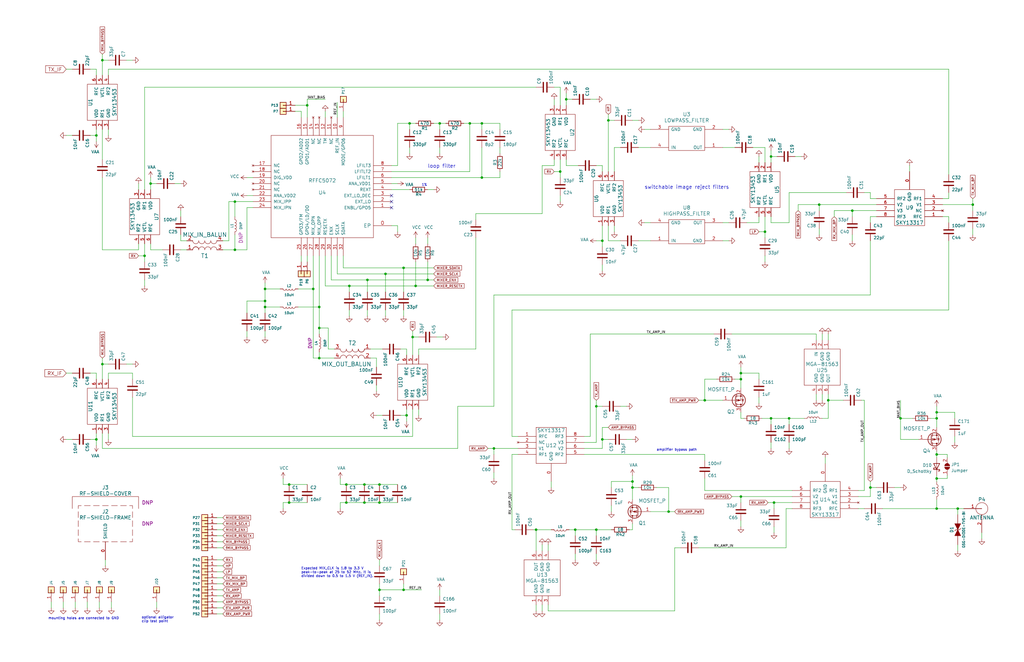
<source format=kicad_sch>
(kicad_sch (version 20211123) (generator eeschema)
  (paper "User" 431.8 279.4)
  (title_block (title "${TITLE}") (date "${DATE}") (rev "${VERSION}") (company "${COPYRIGHT}") (comment 1 "${LICENSE}"))
  (junction (at 111.76 121.92))
  (junction (at 394.97 214.63))
  (junction (at 203.2 74.93))
  (junction (at 325.12 176.53))
  (junction (at 254 101.6))
  (junction (at 146.05 212.09))
  (junction (at 403.86 214.63))
  (junction (at 40.64 57.15))
  (junction (at 99.06 105.41))
  (junction (at 394.97 176.53))
  (junction (at 281.94 215.9))
  (junction (at 312.42 157.48))
  (junction (at 170.18 248.92))
  (junction (at 121.92 204.47))
  (junction (at 326.39 212.09))
  (junction (at 160.02 204.47))
  (junction (at 254 185.42))
  (junction (at 160.02 248.92))
  (junction (at 129.54 44.45))
  (junction (at 111.76 129.54))
  (junction (at 160.02 212.09))
  (junction (at 394.97 191.77))
  (junction (at 379.73 176.53))
  (junction (at 171.45 175.26))
  (junction (at 60.96 107.95))
  (junction (at 312.42 209.55))
  (junction (at 238.76 41.91))
  (junction (at 154.94 118.11))
  (junction (at 226.06 223.52))
  (junction (at 332.74 176.53))
  (junction (at 134.62 138.43))
  (junction (at 349.25 168.91))
  (junction (at 266.7 205.74))
  (junction (at 153.67 204.47))
  (junction (at 367.03 205.74))
  (junction (at 251.46 223.52))
  (junction (at 162.56 115.57))
  (junction (at 63.5 77.47))
  (junction (at 146.05 204.47))
  (junction (at 394.97 201.93))
  (junction (at 297.18 168.91))
  (junction (at 256.54 50.8))
  (junction (at 208.28 189.23))
  (junction (at 359.41 88.9))
  (junction (at 147.32 120.65))
  (junction (at 394.97 173.99))
  (junction (at 345.44 86.36))
  (junction (at 153.67 212.09))
  (junction (at 312.42 160.02))
  (junction (at 134.62 129.54))
  (junction (at 180.34 118.11))
  (junction (at 198.12 52.07))
  (junction (at 172.72 52.07))
  (junction (at 242.57 223.52))
  (junction (at 121.92 212.09))
  (junction (at 170.18 113.03))
  (junction (at 111.76 127))
  (junction (at 43.18 153.67))
  (junction (at 175.26 120.65))
  (junction (at 40.64 185.42))
  (junction (at 236.22 72.39))
  (junction (at 185.42 52.07))
  (junction (at 173.99 142.24))
  (junction (at 132.08 121.92))
  (junction (at 325.12 66.04))
  (junction (at 99.06 85.09))
  (junction (at 134.62 151.13))
  (junction (at 322.58 97.79))
  (junction (at 43.18 25.4))
  (junction (at 251.46 171.45))
  (junction (at 203.2 52.07))
  (junction (at 266.7 203.2))
  (junction (at 410.21 86.36))
  (no_connect (at 165.1 82.55))
  (no_connect (at 165.1 85.09))
  (no_connect (at 165.1 87.63))
  (wire (pts (xy 186.69 142.24) (xy 184.15 142.24)))
  (wire (pts (xy 143.51 204.47) (xy 146.05 204.47)))
  (wire (pts (xy 400.05 101.6) (xy 400.05 130.81)))
  (wire (pts (xy 139.7 118.11) (xy 154.94 118.11)))
  (wire (pts (xy 55.88 153.67) (xy 53.34 153.67)))
  (wire (pts (xy 173.99 142.24) (xy 173.99 149.86)))
  (wire (pts (xy 304.8 93.98) (xy 307.34 93.98)))
  (wire (pts (xy 27.94 57.15) (xy 30.48 57.15)))
  (wire (pts (xy 127 49.53) (xy 127 46.99)))
  (wire (pts (xy 269.24 101.6) (xy 274.32 101.6)))
  (wire (pts (xy 383.54 69.85) (xy 383.54 72.39)))
  (wire (pts (xy 46.99 254) (xy 46.99 256.54)))
  (wire (pts (xy 312.42 212.09) (xy 312.42 209.55)))
  (wire (pts (xy 185.42 248.92) (xy 185.42 251.46)))
  (wire (pts (xy 394.97 173.99) (xy 394.97 176.53)))
  (wire (pts (xy 156.21 147.32) (xy 161.29 147.32)))
  (wire (pts (xy 331.47 214.63) (xy 334.01 214.63)))
  (wire (pts (xy 414.02 224.79) (xy 414.02 227.33)))
  (wire (pts (xy 367.03 91.44) (xy 369.57 91.44)))
  (wire (pts (xy 257.81 223.52) (xy 251.46 223.52)))
  (wire (pts (xy 297.18 207.01) (xy 297.18 201.93)))
  (wire (pts (xy 111.76 121.92) (xy 111.76 127)))
  (wire (pts (xy 147.32 123.19) (xy 147.32 120.65)))
  (wire (pts (xy 325.12 176.53) (xy 332.74 176.53)))
  (wire (pts (xy 193.04 171.45) (xy 193.04 189.23)))
  (wire (pts (xy 91.44 231.14) (xy 93.98 231.14)))
  (wire (pts (xy 106.68 74.93) (xy 104.14 74.93)))
  (wire (pts (xy 400.05 130.81) (xy 215.9 130.81)))
  (wire (pts (xy 312.42 209.55) (xy 334.01 209.55)))
  (wire (pts (xy 322.58 68.58) (xy 322.58 62.23)))
  (wire (pts (xy 297.18 194.31) (xy 297.18 191.77)))
  (wire (pts (xy 147.32 133.35) (xy 147.32 130.81)))
  (wire (pts (xy 254 114.3) (xy 254 111.76)))
  (wire (pts (xy 124.46 44.45) (xy 129.54 44.45)))
  (wire (pts (xy 226.06 223.52) (xy 232.41 223.52)))
  (wire (pts (xy 96.52 101.6) (xy 96.52 85.09)))
  (wire (pts (xy 60.96 107.95) (xy 60.96 110.49)))
  (wire (pts (xy 91.44 228.6) (xy 93.98 228.6)))
  (wire (pts (xy 261.62 101.6) (xy 256.54 101.6)))
  (wire (pts (xy 410.21 86.36) (xy 410.21 88.9)))
  (wire (pts (xy 143.51 212.09) (xy 143.51 214.63)))
  (wire (pts (xy 154.94 133.35) (xy 154.94 130.81)))
  (wire (pts (xy 45.72 31.75) (xy 45.72 29.21)))
  (wire (pts (xy 185.42 54.61) (xy 185.42 52.07)))
  (wire (pts (xy 45.72 160.02) (xy 45.72 157.48)))
  (wire (pts (xy 121.92 212.09) (xy 129.54 212.09)))
  (wire (pts (xy 251.46 168.91) (xy 251.46 171.45)))
  (wire (pts (xy 257.81 203.2) (xy 257.81 205.74)))
  (wire (pts (xy 91.44 238.76) (xy 93.98 238.76)))
  (wire (pts (xy 176.53 149.86) (xy 176.53 147.32)))
  (wire (pts (xy 137.16 120.65) (xy 147.32 120.65)))
  (wire (pts (xy 326.39 212.09) (xy 334.01 212.09)))
  (wire (pts (xy 281.94 215.9) (xy 281.94 205.74)))
  (wire (pts (xy 312.42 160.02) (xy 309.88 160.02)))
  (wire (pts (xy 320.04 97.79) (xy 322.58 97.79)))
  (wire (pts (xy 176.53 147.32) (xy 200.66 147.32)))
  (wire (pts (xy 402.59 173.99) (xy 394.97 173.99)))
  (wire (pts (xy 175.26 100.33) (xy 175.26 102.87)))
  (wire (pts (xy 304.8 54.61) (xy 307.34 54.61)))
  (wire (pts (xy 331.47 231.14) (xy 331.47 214.63)))
  (wire (pts (xy 162.56 115.57) (xy 182.88 115.57)))
  (wire (pts (xy 172.72 64.77) (xy 172.72 62.23)))
  (wire (pts (xy 60.96 102.87) (xy 60.96 107.95)))
  (wire (pts (xy 158.75 175.26) (xy 161.29 175.26)))
  (wire (pts (xy 294.64 231.14) (xy 331.47 231.14)))
  (wire (pts (xy 104.14 127) (xy 104.14 132.08)))
  (wire (pts (xy 137.16 120.65) (xy 137.16 107.95)))
  (wire (pts (xy 359.41 101.6) (xy 359.41 99.06)))
  (wire (pts (xy 312.42 160.02) (xy 312.42 163.83)))
  (wire (pts (xy 242.57 223.52) (xy 251.46 223.52)))
  (wire (pts (xy 334.01 207.01) (xy 297.18 207.01)))
  (wire (pts (xy 215.9 223.52) (xy 217.17 223.52)))
  (wire (pts (xy 153.67 212.09) (xy 160.02 212.09)))
  (wire (pts (xy 63.5 105.41) (xy 68.58 105.41)))
  (wire (pts (xy 297.18 160.02) (xy 297.18 168.91)))
  (wire (pts (xy 403.86 214.63) (xy 403.86 217.17)))
  (wire (pts (xy 173.99 184.15) (xy 55.88 184.15)))
  (wire (pts (xy 91.44 254) (xy 93.98 254)))
  (wire (pts (xy 171.45 175.26) (xy 171.45 177.8)))
  (wire (pts (xy 93.98 101.6) (xy 96.52 101.6)))
  (wire (pts (xy 138.43 138.43) (xy 134.62 138.43)))
  (wire (pts (xy 119.38 204.47) (xy 121.92 204.47)))
  (wire (pts (xy 91.44 246.38) (xy 93.98 246.38)))
  (wire (pts (xy 346.71 143.51) (xy 346.71 140.97)))
  (wire (pts (xy 240.03 223.52) (xy 242.57 223.52)))
  (wire (pts (xy 243.84 69.85) (xy 238.76 69.85)))
  (wire (pts (xy 63.5 74.93) (xy 63.5 77.47)))
  (wire (pts (xy 91.44 248.92) (xy 93.98 248.92)))
  (wire (pts (xy 55.88 25.4) (xy 53.34 25.4)))
  (wire (pts (xy 40.64 31.75) (xy 40.64 29.21)))
  (wire (pts (xy 257.81 215.9) (xy 257.81 213.36)))
  (wire (pts (xy 208.28 189.23) (xy 218.44 189.23)))
  (wire (pts (xy 45.72 25.4) (xy 43.18 25.4)))
  (wire (pts (xy 400.05 81.28) (xy 400.05 83.82)))
  (wire (pts (xy 58.42 107.95) (xy 60.96 107.95)))
  (wire (pts (xy 104.14 82.55) (xy 106.68 82.55)))
  (wire (pts (xy 160.02 238.76) (xy 160.02 236.22)))
  (wire (pts (xy 394.97 191.77) (xy 394.97 193.04)))
  (wire (pts (xy 364.49 207.01) (xy 361.95 207.01)))
  (wire (pts (xy 254 69.85) (xy 254 72.39)))
  (wire (pts (xy 142.24 115.57) (xy 162.56 115.57)))
  (wire (pts (xy 198.12 52.07) (xy 203.2 52.07)))
  (wire (pts (xy 162.56 133.35) (xy 162.56 130.81)))
  (wire (pts (xy 254 189.23) (xy 246.38 189.23)))
  (wire (pts (xy 40.64 57.15) (xy 40.64 59.69)))
  (wire (pts (xy 132.08 107.95) (xy 132.08 121.92)))
  (wire (pts (xy 40.64 29.21) (xy 38.1 29.21)))
  (wire (pts (xy 344.17 140.97) (xy 308.61 140.97)))
  (wire (pts (xy 394.97 200.66) (xy 394.97 201.93)))
  (wire (pts (xy 60.96 80.01) (xy 60.96 36.83)))
  (wire (pts (xy 153.67 204.47) (xy 160.02 204.47)))
  (wire (pts (xy 170.18 246.38) (xy 170.18 248.92)))
  (wire (pts (xy 91.44 241.3) (xy 93.98 241.3)))
  (wire (pts (xy 167.64 52.07) (xy 172.72 52.07)))
  (wire (pts (xy 307.34 101.6) (xy 304.8 101.6)))
  (wire (pts (xy 55.88 184.15) (xy 55.88 167.64)))
  (wire (pts (xy 146.05 204.47) (xy 153.67 204.47)))
  (wire (pts (xy 134.62 138.43) (xy 134.62 140.97)))
  (wire (pts (xy 21.59 254) (xy 21.59 256.54)))
  (wire (pts (xy 173.99 139.7) (xy 173.99 142.24)))
  (wire (pts (xy 195.58 52.07) (xy 198.12 52.07)))
  (wire (pts (xy 144.78 49.53) (xy 144.78 46.99)))
  (wire (pts (xy 325.12 63.5) (xy 325.12 66.04)))
  (wire (pts (xy 144.78 113.03) (xy 170.18 113.03)))
  (wire (pts (xy 274.32 62.23) (xy 269.24 62.23)))
  (wire (pts (xy 125.73 121.92) (xy 132.08 121.92)))
  (wire (pts (xy 364.49 81.28) (xy 367.03 81.28)))
  (wire (pts (xy 129.54 44.45) (xy 129.54 49.53)))
  (wire (pts (xy 147.32 120.65) (xy 175.26 120.65)))
  (wire (pts (xy 266.7 220.98) (xy 266.7 223.52)))
  (wire (pts (xy 345.44 86.36) (xy 369.57 86.36)))
  (wire (pts (xy 31.75 254) (xy 31.75 256.54)))
  (wire (pts (xy 91.44 243.84) (xy 93.98 243.84)))
  (wire (pts (xy 167.64 95.25) (xy 167.64 97.79)))
  (wire (pts (xy 203.2 52.07) (xy 210.82 52.07)))
  (wire (pts (xy 284.48 257.81) (xy 231.14 257.81)))
  (wire (pts (xy 91.44 259.08) (xy 93.98 259.08)))
  (wire (pts (xy 180.34 118.11) (xy 180.34 110.49)))
  (wire (pts (xy 351.79 91.44) (xy 351.79 88.9)))
  (wire (pts (xy 210.82 64.77) (xy 210.82 62.23)))
  (wire (pts (xy 246.38 184.15) (xy 248.92 184.15)))
  (wire (pts (xy 111.76 121.92) (xy 118.11 121.92)))
  (wire (pts (xy 99.06 85.09) (xy 106.68 85.09)))
  (wire (pts (xy 132.08 121.92) (xy 132.08 151.13)))
  (wire (pts (xy 379.73 176.53) (xy 379.73 185.42)))
  (wire (pts (xy 322.58 110.49) (xy 322.58 107.95)))
  (wire (pts (xy 111.76 127) (xy 111.76 129.54)))
  (wire (pts (xy 134.62 107.95) (xy 134.62 129.54)))
  (wire (pts (xy 205.74 189.23) (xy 208.28 189.23)))
  (wire (pts (xy 326.39 214.63) (xy 326.39 212.09)))
  (wire (pts (xy 326.39 224.79) (xy 326.39 222.25)))
  (wire (pts (xy 104.14 87.63) (xy 104.14 105.41)))
  (wire (pts (xy 91.44 256.54) (xy 93.98 256.54)))
  (wire (pts (xy 158.75 154.94) (xy 158.75 151.13)))
  (wire (pts (xy 251.46 223.52) (xy 251.46 226.06)))
  (wire (pts (xy 242.57 226.06) (xy 242.57 223.52)))
  (wire (pts (xy 254 101.6) (xy 254 104.14)))
  (wire (pts (xy 233.68 72.39) (xy 236.22 72.39)))
  (wire (pts (xy 254 180.34) (xy 254 185.42)))
  (wire (pts (xy 320.04 160.02) (xy 320.04 157.48)))
  (wire (pts (xy 193.04 189.23) (xy 43.18 189.23)))
  (wire (pts (xy 248.92 140.97) (xy 248.92 184.15)))
  (wire (pts (xy 160.02 248.92) (xy 160.02 251.46)))
  (wire (pts (xy 91.44 236.22) (xy 93.98 236.22)))
  (wire (pts (xy 119.38 204.47) (xy 119.38 201.93)))
  (wire (pts (xy 218.44 184.15) (xy 215.9 184.15)))
  (wire (pts (xy 63.5 102.87) (xy 63.5 105.41)))
  (wire (pts (xy 294.64 168.91) (xy 297.18 168.91)))
  (wire (pts (xy 226.06 232.41) (xy 226.06 223.52)))
  (wire (pts (xy 332.74 176.53) (xy 339.09 176.53)))
  (wire (pts (xy 402.59 186.69) (xy 402.59 184.15)))
  (wire (pts (xy 44.45 236.22) (xy 44.45 238.76)))
  (wire (pts (xy 172.72 80.01) (xy 165.1 80.01)))
  (wire (pts (xy 121.92 204.47) (xy 129.54 204.47)))
  (wire (pts (xy 118.11 129.54) (xy 111.76 129.54)))
  (wire (pts (xy 400.05 29.21) (xy 400.05 73.66)))
  (wire (pts (xy 314.96 93.98) (xy 320.04 93.98)))
  (wire (pts (xy 91.44 220.98) (xy 93.98 220.98)))
  (wire (pts (xy 76.2 77.47) (xy 73.66 77.47)))
  (wire (pts (xy 185.42 259.08) (xy 185.42 261.62)))
  (wire (pts (xy 284.48 257.81) (xy 284.48 231.14)))
  (wire (pts (xy 367.03 203.2) (xy 367.03 205.74)))
  (wire (pts (xy 27.94 29.21) (xy 30.48 29.21)))
  (wire (pts (xy 397.51 91.44) (xy 400.05 91.44)))
  (wire (pts (xy 208.28 171.45) (xy 208.28 124.46)))
  (wire (pts (xy 332.74 189.23) (xy 332.74 186.69)))
  (wire (pts (xy 160.02 246.38) (xy 160.02 248.92)))
  (wire (pts (xy 344.17 143.51) (xy 344.17 140.97)))
  (wire (pts (xy 175.26 120.65) (xy 175.26 110.49)))
  (wire (pts (xy 55.88 157.48) (xy 55.88 160.02)))
  (wire (pts (xy 111.76 129.54) (xy 111.76 132.08)))
  (wire (pts (xy 58.42 105.41) (xy 43.18 105.41)))
  (wire (pts (xy 43.18 151.13) (xy 43.18 153.67)))
  (wire (pts (xy 224.79 223.52) (xy 226.06 223.52)))
  (wire (pts (xy 27.94 157.48) (xy 30.48 157.48)))
  (wire (pts (xy 256.54 185.42) (xy 254 185.42)))
  (wire (pts (xy 111.76 119.38) (xy 111.76 121.92)))
  (wire (pts (xy 226.06 257.81) (xy 226.06 255.27)))
  (wire (pts (xy 251.46 69.85) (xy 254 69.85)))
  (wire (pts (xy 137.16 46.99) (xy 137.16 49.53)))
  (wire (pts (xy 26.67 254) (xy 26.67 256.54)))
  (wire (pts (xy 170.18 133.35) (xy 170.18 130.81)))
  (wire (pts (xy 320.04 66.04) (xy 320.04 68.58)))
  (wire (pts (xy 251.46 186.69) (xy 246.38 186.69)))
  (wire (pts (xy 312.42 157.48) (xy 312.42 160.02)))
  (wire (pts (xy 99.06 91.44) (xy 99.06 85.09)))
  (wire (pts (xy 228.6 229.87) (xy 228.6 232.41)))
  (wire (pts (xy 165.1 72.39) (xy 198.12 72.39)))
  (wire (pts (xy 367.03 83.82) (xy 369.57 83.82)))
  (wire (pts (xy 345.44 99.06) (xy 345.44 96.52)))
  (wire (pts (xy 400.05 91.44) (xy 400.05 93.98)))
  (wire (pts (xy 351.79 88.9) (xy 359.41 88.9)))
  (wire (pts (xy 251.46 236.22) (xy 251.46 233.68)))
  (wire (pts (xy 91.44 223.52) (xy 93.98 223.52)))
  (wire (pts (xy 332.74 81.28) (xy 356.87 81.28)))
  (wire (pts (xy 125.73 129.54) (xy 134.62 129.54)))
  (wire (pts (xy 63.5 77.47) (xy 63.5 80.01)))
  (wire (pts (xy 363.22 168.91) (xy 364.49 168.91)))
  (wire (pts (xy 200.66 147.32) (xy 200.66 100.33)))
  (wire (pts (xy 167.64 77.47) (xy 165.1 77.47)))
  (wire (pts (xy 208.28 191.77) (xy 208.28 189.23)))
  (wire (pts (xy 359.41 88.9) (xy 369.57 88.9)))
  (wire (pts (xy 228.6 257.81) (xy 228.6 255.27)))
  (wire (pts (xy 369.57 205.74) (xy 367.03 205.74)))
  (wire (pts (xy 154.94 123.19) (xy 154.94 118.11)))
  (wire (pts (xy 266.7 205.74) (xy 266.7 210.82)))
  (wire (pts (xy 176.53 175.26) (xy 176.53 172.72)))
  (wire (pts (xy 40.64 182.88) (xy 40.64 185.42)))
  (wire (pts (xy 168.91 175.26) (xy 171.45 175.26)))
  (wire (pts (xy 160.02 248.92) (xy 170.18 248.92)))
  (wire (pts (xy 403.86 214.63) (xy 406.4 214.63)))
  (wire (pts (xy 312.42 176.53) (xy 313.69 176.53)))
  (wire (pts (xy 165.1 74.93) (xy 203.2 74.93)))
  (wire (pts (xy 325.12 176.53) (xy 325.12 179.07)))
  (wire (pts (xy 264.16 171.45) (xy 261.62 171.45)))
  (wire (pts (xy 325.12 189.23) (xy 325.12 186.69)))
  (wire (pts (xy 236.22 44.45) (xy 236.22 36.83)))
  (wire (pts (xy 344.17 166.37) (xy 344.17 168.91)))
  (wire (pts (xy 38.1 57.15) (xy 40.64 57.15)))
  (wire (pts (xy 394.97 191.77) (xy 399.415 191.77)))
  (wire (pts (xy 171.45 147.32) (xy 171.45 149.86)))
  (wire (pts (xy 104.14 142.24) (xy 104.14 139.7)))
  (wire (pts (xy 259.08 50.8) (xy 256.54 50.8)))
  (wire (pts (xy 346.71 176.53) (xy 349.25 176.53)))
  (wire (pts (xy 36.83 254) (xy 36.83 256.54)))
  (wire (pts (xy 43.18 25.4) (xy 43.18 31.75)))
  (wire (pts (xy 45.72 182.88) (xy 45.72 185.42)))
  (wire (pts (xy 43.18 189.23) (xy 43.18 182.88)))
  (wire (pts (xy 228.6 90.17) (xy 228.6 69.85)))
  (wire (pts (xy 76.2 105.41) (xy 78.74 105.41)))
  (wire (pts (xy 266.7 203.2) (xy 266.7 205.74)))
  (wire (pts (xy 170.18 123.19) (xy 170.18 113.03)))
  (wire (pts (xy 165.1 95.25) (xy 167.64 95.25)))
  (wire (pts (xy 402.59 176.53) (xy 402.59 173.99)))
  (wire (pts (xy 320.04 170.18) (xy 320.04 167.64)))
  (wire (pts (xy 394.97 171.45) (xy 394.97 173.99)))
  (wire (pts (xy 410.21 83.82) (xy 410.21 86.36)))
  (wire (pts (xy 119.38 212.09) (xy 121.92 212.09)))
  (wire (pts (xy 397.51 86.36) (xy 410.21 86.36)))
  (wire (pts (xy 367.03 124.46) (xy 367.03 101.6)))
  (wire (pts (xy 361.95 214.63) (xy 364.49 214.63)))
  (wire (pts (xy 119.38 212.09) (xy 119.38 214.63)))
  (wire (pts (xy 139.7 118.11) (xy 139.7 107.95)))
  (wire (pts (xy 236.22 67.31) (xy 236.22 72.39)))
  (wire (pts (xy 367.03 81.28) (xy 367.03 83.82)))
  (wire (pts (xy 91.44 226.06) (xy 93.98 226.06)))
  (wire (pts (xy 320.04 93.98) (xy 320.04 91.44)))
  (wire (pts (xy 336.55 88.9) (xy 336.55 86.36)))
  (wire (pts (xy 203.2 52.07) (xy 203.2 54.61)))
  (wire (pts (xy 281.94 215.9) (xy 284.48 215.9)))
  (wire (pts (xy 312.42 222.25) (xy 312.42 219.71)))
  (wire (pts (xy 355.6 168.91) (xy 349.25 168.91)))
  (wire (pts (xy 266.7 185.42) (xy 264.16 185.42)))
  (wire (pts (xy 228.6 69.85) (xy 233.68 69.85)))
  (wire (pts (xy 60.96 120.65) (xy 60.96 118.11)))
  (wire (pts (xy 91.44 251.46) (xy 93.98 251.46)))
  (wire (pts (xy 198.12 72.39) (xy 198.12 52.07)))
  (wire (pts (xy 345.44 88.9) (xy 345.44 86.36)))
  (wire (pts (xy 236.22 72.39) (xy 236.22 74.93)))
  (wire (pts (xy 236.22 85.09) (xy 236.22 82.55)))
  (wire (pts (xy 359.41 91.44) (xy 359.41 88.9)))
  (wire (pts (xy 332.74 93.98) (xy 325.12 93.98)))
  (wire (pts (xy 297.18 191.77) (xy 246.38 191.77)))
  (wire (pts (xy 154.94 118.11) (xy 180.34 118.11)))
  (wire (pts (xy 41.91 254) (xy 41.91 256.54)))
  (wire (pts (xy 200.66 90.17) (xy 228.6 90.17)))
  (wire (pts (xy 78.74 101.6) (xy 76.2 101.6)))
  (wire (pts (xy 367.03 209.55) (xy 361.95 209.55)))
  (wire (pts (xy 266.7 223.52) (xy 265.43 223.52)))
  (wire (pts (xy 394.97 176.53) (xy 392.43 176.53)))
  (wire (pts (xy 200.66 92.71) (xy 200.66 90.17)))
  (wire (pts (xy 367.03 93.98) (xy 367.03 91.44)))
  (wire (pts (xy 176.53 142.24) (xy 173.99 142.24)))
  (wire (pts (xy 379.73 185.42) (xy 387.35 185.42)))
  (wire (pts (xy 233.68 69.85) (xy 233.68 67.31)))
  (wire (pts (xy 60.96 36.83) (xy 226.06 36.83)))
  (wire (pts (xy 322.58 97.79) (xy 322.58 100.33)))
  (wire (pts (xy 215.9 130.81) (xy 215.9 184.15)))
  (wire (pts (xy 281.94 205.74) (xy 276.86 205.74)))
  (wire (pts (xy 129.54 41.91) (xy 137.16 41.91)))
  (wire (pts (xy 134.62 148.59) (xy 134.62 151.13)))
  (wire (pts (xy 349.25 166.37) (xy 349.25 168.91)))
  (wire (pts (xy 322.58 62.23) (xy 317.5 62.23)))
  (wire (pts (xy 302.26 160.02) (xy 297.18 160.02)))
  (wire (pts (xy 134.62 129.54) (xy 134.62 138.43)))
  (wire (pts (xy 43.18 67.31) (xy 43.18 54.61)))
  (wire (pts (xy 172.72 52.07) (xy 175.26 52.07)))
  (wire (pts (xy 266.7 200.66) (xy 266.7 203.2)))
  (wire (pts (xy 297.18 168.91) (xy 304.8 168.91)))
  (wire (pts (xy 394.97 190.5) (xy 394.97 191.77)))
  (wire (pts (xy 58.42 77.47) (xy 58.42 80.01)))
  (wire (pts (xy 231.14 257.81) (xy 231.14 255.27)))
  (wire (pts (xy 170.18 113.03) (xy 182.88 113.03)))
  (wire (pts (xy 185.42 64.77) (xy 185.42 62.23)))
  (wire (pts (xy 323.85 212.09) (xy 326.39 212.09)))
  (wire (pts (xy 38.1 185.42) (xy 40.64 185.42)))
  (wire (pts (xy 182.88 52.07) (xy 185.42 52.07)))
  (wire (pts (xy 269.24 50.8) (xy 266.7 50.8)))
  (wire (pts (xy 308.61 209.55) (xy 312.42 209.55)))
  (wire (pts (xy 66.04 77.47) (xy 63.5 77.47)))
  (wire (pts (xy 394.97 214.63) (xy 403.86 214.63)))
  (wire (pts (xy 185.42 52.07) (xy 187.96 52.07)))
  (wire (pts (xy 208.28 201.93) (xy 208.28 199.39)))
  (wire (pts (xy 394.97 176.53) (xy 394.97 180.34)))
  (wire (pts (xy 349.25 176.53) (xy 349.25 168.91)))
  (wire (pts (xy 218.44 191.77) (xy 215.9 191.77)))
  (wire (pts (xy 40.64 185.42) (xy 40.64 187.96)))
  (wire (pts (xy 175.26 120.65) (xy 182.88 120.65)))
  (wire (pts (xy 208.28 124.46) (xy 367.03 124.46)))
  (wire (pts (xy 162.56 123.19) (xy 162.56 115.57)))
  (wire (pts (xy 332.74 179.07) (xy 332.74 176.53)))
  (wire (pts (xy 127 107.95) (xy 127 110.49)))
  (wire (pts (xy 38.1 157.48) (xy 40.64 157.48)))
  (wire (pts (xy 138.43 147.32) (xy 140.97 147.32)))
  (wire (pts (xy 364.49 168.91) (xy 364.49 207.01)))
  (wire (pts (xy 76.2 101.6) (xy 76.2 99.06)))
  (wire (pts (xy 106.68 87.63) (xy 104.14 87.63)))
  (wire (pts (xy 379.73 168.91) (xy 379.73 176.53)))
  (wire (pts (xy 312.42 173.99) (xy 312.42 176.53)))
  (wire (pts (xy 312.42 154.94) (xy 312.42 157.48)))
  (wire (pts (xy 399.415 201.93) (xy 399.415 200.66)))
  (wire (pts (xy 129.54 110.49) (xy 129.54 107.95)))
  (wire (pts (xy 394.97 201.93) (xy 394.97 203.2)))
  (wire (pts (xy 146.05 212.09) (xy 153.67 212.09)))
  (wire (pts (xy 91.44 218.44) (xy 93.98 218.44)))
  (wire (pts (xy 256.54 50.8) (xy 256.54 72.39)))
  (wire (pts (xy 271.78 54.61) (xy 274.32 54.61)))
  (wire (pts (xy 215.9 191.77) (xy 215.9 223.52)))
  (wire (pts (xy 134.62 151.13) (xy 140.97 151.13)))
  (wire (pts (xy 43.18 22.86) (xy 43.18 25.4)))
  (wire (pts (xy 321.31 176.53) (xy 325.12 176.53)))
  (wire (pts (xy 27.94 185.42) (xy 30.48 185.42)))
  (wire (pts (xy 337.82 66.04) (xy 335.28 66.04)))
  (wire (pts (xy 274.32 215.9) (xy 281.94 215.9)))
  (wire (pts (xy 203.2 74.93) (xy 210.82 74.93)))
  (wire (pts (xy 320.04 157.48) (xy 312.42 157.48)))
  (wire (pts (xy 76.2 88.9) (xy 76.2 91.44)))
  (wire (pts (xy 251.46 171.45) (xy 251.46 186.69)))
  (wire (pts (xy 259.08 97.79) (xy 259.08 95.25)))
  (wire (pts (xy 43.18 74.93) (xy 43.18 105.41)))
  (wire (pts (xy 325.12 66.04) (xy 325.12 68.58)))
  (wire (pts (xy 142.24 43.18) (xy 142.24 49.53)))
  (wire (pts (xy 158.75 165.1) (xy 158.75 162.56)))
  (wire (pts (xy 236.22 36.83) (xy 233.68 36.83)))
  (wire (pts (xy 394.97 210.82) (xy 394.97 214.63)))
  (wire (pts (xy 180.34 118.11) (xy 182.88 118.11)))
  (wire (pts (xy 394.97 201.93) (xy 399.415 201.93)))
  (wire (pts (xy 349.25 140.97) (xy 349.25 143.51)))
  (wire (pts (xy 384.81 176.53) (xy 379.73 176.53)))
  (wire (pts (xy 346.71 168.91) (xy 346.71 166.37)))
  (wire (pts (xy 158.75 151.13) (xy 156.21 151.13)))
  (wire (pts (xy 327.66 66.04) (xy 325.12 66.04)))
  (wire (pts (xy 332.74 93.98) (xy 332.74 81.28)))
  (wire (pts (xy 129.54 41.91) (xy 129.54 44.45)))
  (wire (pts (xy 271.78 93.98) (xy 274.32 93.98)))
  (wire (pts (xy 111.76 142.24) (xy 111.76 139.7)))
  (wire (pts (xy 167.64 69.85) (xy 167.64 52.07)))
  (wire (pts (xy 254 95.25) (xy 254 101.6)))
  (wire (pts (xy 45.72 157.48) (xy 55.88 157.48)))
  (wire (pts (xy 142.24 115.57) (xy 142.24 107.95)))
  (wire (pts (xy 251.46 41.91) (xy 248.92 41.91)))
  (wire (pts (xy 182.88 80.01) (xy 180.34 80.01)))
  (wire (pts (xy 132.08 151.13) (xy 134.62 151.13)))
  (wire (pts (xy 400.05 83.82) (xy 397.51 83.82)))
  (wire (pts (xy 143.51 204.47) (xy 143.51 201.93)))
  (wire (pts (xy 171.45 172.72) (xy 171.45 175.26)))
  (wire (pts (xy 58.42 102.87) (xy 58.42 105.41)))
  (wire (pts (xy 367.03 205.74) (xy 367.03 209.55)))
  (wire (pts (xy 45.72 153.67) (xy 43.18 153.67)))
  (wire (pts (xy 257.81 203.2) (xy 266.7 203.2)))
  (wire (pts (xy 322.58 91.44) (xy 322.58 97.79)))
  (wire (pts (xy 99.06 105.41) (xy 93.98 105.41)))
  (wire (pts (xy 233.68 41.91) (xy 233.68 44.45)))
  (wire (pts (xy 242.57 236.22) (xy 242.57 233.68)))
  (wire (pts (xy 238.76 41.91) (xy 238.76 44.45)))
  (wire (pts (xy 99.06 99.06) (xy 99.06 105.41)))
  (wire (pts (xy 261.62 62.23) (xy 259.08 62.23)))
  (wire (pts (xy 170.18 248.92) (xy 177.8 248.92)))
  (wire (pts (xy 256.54 101.6) (xy 256.54 95.25)))
  (wire (pts (xy 251.46 101.6) (xy 254 101.6)))
  (wire (pts (xy 347.98 193.04) (xy 347.98 195.58)))
  (wire (pts (xy 172.72 54.61) (xy 172.72 52.07)))
  (wire (pts (xy 379.73 205.74) (xy 377.19 205.74)))
  (wire (pts (xy 40.64 157.48) (xy 40.64 160.02)))
  (wire (pts (xy 210.82 52.07) (xy 210.82 54.61)))
  (wire (pts (xy 168.91 147.32) (xy 171.45 147.32)))
  (wire (pts (xy 284.48 231.14) (xy 287.02 231.14)))
  (wire (pts (xy 173.99 172.72) (xy 173.99 184.15)))
  (wire (pts (xy 259.08 62.23) (xy 259.08 72.39)))
  (wire (pts (xy 144.78 113.03) (xy 144.78 107.95)))
  (wire (pts (xy 403.86 232.41) (xy 403.86 229.87)))
  (wire (pts (xy 203.2 62.23) (xy 203.2 74.93)))
  (wire (pts (xy 45.72 29.21) (xy 400.05 29.21)))
  (wire (pts (xy 372.11 214.63) (xy 394.97 214.63)))
  (wire (pts (xy 300.99 140.97) (xy 248.92 140.97)))
  (wire (pts (xy 254 171.45) (xy 251.46 171.45)))
  (wire (pts (xy 66.04 254) (xy 66.04 256.54)))
  (wire (pts (xy 208.28 171.45) (xy 193.04 171.45)))
  (wire (pts (xy 160.02 212.09) (xy 167.64 212.09)))
  (wire (pts (xy 325.12 93.98) (xy 325.12 91.44)))
  (wire (pts (xy 309.88 62.23) (xy 304.8 62.23)))
  (wire (pts (xy 231.14 229.87) (xy 231.14 232.41)))
  (wire (pts (xy 238.76 69.85) (xy 238.76 67.31)))
  (wire (pts (xy 160.02 204.47) (xy 167.64 204.47)))
  (wire (pts (xy 410.21 99.06) (xy 410.21 96.52)))
  (wire (pts (xy 266.7 205.74) (xy 269.24 205.74)))
  (wire (pts (xy 238.76 39.37) (xy 238.76 41.91)))
  (wire (pts (xy 256.54 180.34) (xy 254 180.34)))
  (wire (pts (xy 40.64 54.61) (xy 40.64 57.15)))
  (wire (pts (xy 43.18 153.67) (xy 43.18 160.02)))
  (wire (pts (xy 210.82 74.93) (xy 210.82 72.39)))
  (wire (pts (xy 45.72 57.15) (xy 45.72 54.61)))
  (wire (pts (xy 160.02 261.62) (xy 160.02 259.08)))
  (wire (pts (xy 336.55 86.36) (xy 345.44 86.36)))
  (wire (pts (xy 96.52 85.09) (xy 99.06 85.09)))
  (wire (pts (xy 165.1 69.85) (xy 167.64 69.85)))
  (wire (pts (xy 143.51 212.09) (xy 146.05 212.09)))
  (wire (pts (xy 138.43 147.32) (xy 138.43 138.43)))
  (wire (pts (xy 180.34 100.33) (xy 180.34 102.87)))
  (wire (pts (xy 254 185.42) (xy 254 189.23)))
  (wire (pts (xy 241.3 41.91) (xy 238.76 41.91)))
  (wire (pts (xy 104.14 105.41) (xy 99.06 105.41)))
  (wire (pts (xy 111.76 127) (xy 104.14 127)))
  (wire (pts (xy 256.54 48.26) (xy 256.54 50.8)))
  (wire (pts (xy 127 46.99) (xy 124.46 46.99)))
  (wire (pts (xy 399.415 191.77) (xy 399.415 193.04)))
  (wire (pts (xy 232.41 205.74) (xy 232.41 203.2)))
  (text "optional alligator\nclip test point" (at 59.69 262.89 0) (effects (font (size 1.016 1.016)) (justify left bottom)))
  (text "mounting holes are connected to GND" (at 20.32 261.62 0) (effects (font (size 1.016 1.016)) (justify left bottom)))
  (text "Expected MIX_CLK is 1.8 to 3.3 V\npeak-to-peak at 25 to 52 MHz. It is\ndivided down to 0.5 to 1.5 V (REF_IN)." (at 127 243.84 0) (effects (font (size 1.016 1.016)) (justify left bottom)))
  (text "switchable image reject filters" (at 271.78 80.01 0) (effects (font (size 1.524 1.524)) (justify left bottom)))
  (text "1%" (at 177.8 78.74 0) (effects (font (size 1.016 1.016)) (justify left bottom)))
  (text "amplifier bypass path" (at 276.86 190.5 0) (effects (font (size 1.016 1.016)) (justify left bottom)))
  (text "loop filter" (at 180.34 71.12 0) (effects (font (size 1.524 1.524)) (justify left bottom)))
  (label "TX_AMP_OUT" (at 364.49 186.69 90) (effects (font (size 1.016 1.016))))
  (label "REF_IN" (at 177.8 248.92 180) (effects (font (size 1.016 1.016))))
  (label "!ANT_BIAS" (at 379.73 168.91 270) (effects (font (size 1.016 1.016))))
  (label "TX_AMP_IN" (at 280.67 140.97 180) (effects (font (size 1.016 1.016))))
  (label "!ANT_BIAS" (at 137.16 41.91 180) (effects (font (size 1.016 1.016))))
  (label "REF_IN" (at 142.24 43.18 270) (effects (font (size 1.016 1.016))))
  (label "RX_AMP_OUT" (at 215.9 217.17 90) (effects (font (size 1.016 1.016))))
  (label "RX_AMP_IN" (at 300.99 231.14 0) (effects (font (size 1.016 1.016))))
  (global_label "RX_AMP" (shape input) (at 93.98 251.46 0) (effects (font (size 1.016 1.016))) (property "Intersheet References" "${INTERSHEET_REFS}" (effects hide)))
  (global_label "TX_MIX_BP" (shape input) (at 93.98 243.84 0) (effects (font (size 1.016 1.016))) (property "Intersheet References" "${INTERSHEET_REFS}" (effects hide)))
  (global_label "!TX_AMP_PWR" (shape input) (at 294.64 168.91 180) (effects (font (size 1.016 1.016))) (property "Intersheet References" "${INTERSHEET_REFS}" (effects hide)))
  (global_label "AMP_BYPASS" (shape input) (at 93.98 254 0) (effects (font (size 1.016 1.016))) (property "Intersheet References" "${INTERSHEET_REFS}" (effects hide)))
  (global_label "RX" (shape input) (at 93.98 236.22 0) (effects (font (size 1.016 1.016))) (property "Intersheet References" "${INTERSHEET_REFS}" (effects hide)))
  (global_label "MIXER_SCLK" (shape input) (at 182.88 115.57 0) (effects (font (size 1.016 1.016))) (property "Intersheet References" "${INTERSHEET_REFS}" (effects hide)))
  (global_label "HP" (shape input) (at 93.98 238.76 0) (effects (font (size 1.016 1.016))) (property "Intersheet References" "${INTERSHEET_REFS}" (effects hide)))
  (global_label "RX" (shape input) (at 233.68 72.39 180) (effects (font (size 1.016 1.016))) (property "Intersheet References" "${INTERSHEET_REFS}" (effects hide)))
  (global_label "HP" (shape input) (at 256.54 48.26 90) (effects (font (size 1.016 1.016))) (property "Intersheet References" "${INTERSHEET_REFS}" (effects hide)))
  (global_label "RX_MIX_BP" (shape input) (at 351.79 91.44 270) (effects (font (size 1.016 1.016))) (property "Intersheet References" "${INTERSHEET_REFS}" (effects hide)))
  (global_label "LP" (shape input) (at 320.04 97.79 180) (effects (font (size 1.016 1.016))) (property "Intersheet References" "${INTERSHEET_REFS}" (effects hide)))
  (global_label "TX_IF" (shape input) (at 27.94 29.21 180) (effects (font (size 1.524 1.524))) (property "Intersheet References" "${INTERSHEET_REFS}" (effects hide)))
  (global_label "MIXER_RESETX" (shape input) (at 182.88 120.65 0) (effects (font (size 1.016 1.016))) (property "Intersheet References" "${INTERSHEET_REFS}" (effects hide)))
  (global_label "MIXER_SCLK" (shape input) (at 93.98 220.98 0) (effects (font (size 1.016 1.016))) (property "Intersheet References" "${INTERSHEET_REFS}" (effects hide)))
  (global_label "!MIX_BYPASS" (shape input) (at 336.55 88.9 270) (effects (font (size 1.016 1.016))) (property "Intersheet References" "${INTERSHEET_REFS}" (effects hide)))
  (global_label "AMP_BYPASS" (shape input) (at 256.54 180.34 0) (effects (font (size 1.016 1.016))) (property "Intersheet References" "${INTERSHEET_REFS}" (effects hide)))
  (global_label "MIX_BYPASS" (shape input) (at 93.98 228.6 0) (effects (font (size 1.016 1.016))) (property "Intersheet References" "${INTERSHEET_REFS}" (effects hide)))
  (global_label "RX_AMP" (shape input) (at 205.74 189.23 180) (effects (font (size 1.016 1.016))) (property "Intersheet References" "${INTERSHEET_REFS}" (effects hide)))
  (global_label "RX" (shape input) (at 58.42 107.95 180) (effects (font (size 1.016 1.016))) (property "Intersheet References" "${INTERSHEET_REFS}" (effects hide)))
  (global_label "!RX_AMP_PWR" (shape input) (at 93.98 259.08 0) (effects (font (size 1.016 1.016))) (property "Intersheet References" "${INTERSHEET_REFS}" (effects hide)))
  (global_label "!TX_AMP_PWR" (shape input) (at 93.98 256.54 0) (effects (font (size 1.016 1.016))) (property "Intersheet References" "${INTERSHEET_REFS}" (effects hide)))
  (global_label "MIX_CLK" (shape input) (at 160.02 236.22 90) (effects (font (size 1.016 1.016))) (property "Intersheet References" "${INTERSHEET_REFS}" (effects hide)))
  (global_label "RX_IF" (shape input) (at 27.94 157.48 180) (effects (font (size 1.524 1.524))) (property "Intersheet References" "${INTERSHEET_REFS}" (effects hide)))
  (global_label "TX_AMP" (shape input) (at 251.46 168.91 90) (effects (font (size 1.016 1.016))) (property "Intersheet References" "${INTERSHEET_REFS}" (effects hide)))
  (global_label "MIXER_ENX" (shape input) (at 93.98 223.52 0) (effects (font (size 1.016 1.016))) (property "Intersheet References" "${INTERSHEET_REFS}" (effects hide)))
  (global_label "MIXER_RESETX" (shape input) (at 93.98 226.06 0) (effects (font (size 1.016 1.016))) (property "Intersheet References" "${INTERSHEET_REFS}" (effects hide)))
  (global_label "LP" (shape input) (at 93.98 241.3 0) (effects (font (size 1.016 1.016))) (property "Intersheet References" "${INTERSHEET_REFS}" (effects hide)))
  (global_label "AMP_BYPASS" (shape input) (at 308.61 209.55 180) (effects (font (size 1.016 1.016))) (property "Intersheet References" "${INTERSHEET_REFS}" (effects hide)))
  (global_label "MIX_BYPASS" (shape input) (at 43.18 151.13 90) (effects (font (size 1.016 1.016))) (property "Intersheet References" "${INTERSHEET_REFS}" (effects hide)))
  (global_label "MIXER_SDATA" (shape input) (at 182.88 113.03 0) (effects (font (size 1.016 1.016))) (property "Intersheet References" "${INTERSHEET_REFS}" (effects hide)))
  (global_label "TX_AMP" (shape input) (at 93.98 248.92 0) (effects (font (size 1.016 1.016))) (property "Intersheet References" "${INTERSHEET_REFS}" (effects hide)))
  (global_label "MIXER_SDATA" (shape input) (at 93.98 218.44 0) (effects (font (size 1.016 1.016))) (property "Intersheet References" "${INTERSHEET_REFS}" (effects hide)))
  (global_label "TX_AMP" (shape input) (at 367.03 203.2 90) (effects (font (size 1.016 1.016))) (property "Intersheet References" "${INTERSHEET_REFS}" (effects hide)))
  (global_label "!MIX_BYPASS" (shape input) (at 43.18 22.86 90) (effects (font (size 1.016 1.016))) (property "Intersheet References" "${INTERSHEET_REFS}" (effects hide)))
  (global_label "!MIX_BYPASS" (shape input) (at 93.98 231.14 0) (effects (font (size 1.016 1.016))) (property "Intersheet References" "${INTERSHEET_REFS}" (effects hide)))
  (global_label "!RX_AMP_PWR" (shape input) (at 284.48 215.9 0) (effects (font (size 1.016 1.016))) (property "Intersheet References" "${INTERSHEET_REFS}" (effects hide)))
  (global_label "TX_MIX_BP" (shape input) (at 410.21 83.82 90) (effects (font (size 1.016 1.016))) (property "Intersheet References" "${INTERSHEET_REFS}" (effects hide)))
  (global_label "RX_MIX_BP" (shape input) (at 93.98 246.38 0) (effects (font (size 1.016 1.016))) (property "Intersheet References" "${INTERSHEET_REFS}" (effects hide)))
  (global_label "RX" (shape input) (at 173.99 139.7 90) (effects (font (size 1.016 1.016))) (property "Intersheet References" "${INTERSHEET_REFS}" (effects hide)))
  (global_label "MIXER_ENX" (shape input) (at 182.88 118.11 0) (effects (font (size 1.016 1.016))) (property "Intersheet References" "${INTERSHEET_REFS}" (effects hide)))
  (global_label "RX_AMP" (shape input) (at 323.85 212.09 180) (effects (font (size 1.016 1.016))) (property "Intersheet References" "${INTERSHEET_REFS}" (effects hide)))
  (symbol (lib_id "hackrf:GSG-RF-CONN") (at 414.02 214.63 0) (mirror y) (unit 1)
    (property "Reference" "P4" (at 414.02 210.82 0) (effects (font (size 1.524 1.524))))
    (property "Value" "ANTENNA" (at 414.02 218.44 0) (effects (font (size 1.524 1.524))))
    (property "Footprint" "hackrf:GSG-SMA-73251-2120" (effects hide))
    (property "Manufacturer" "Molex" (effects hide))
    (property "Part Number" "73251-2121" (effects hide))
    (property "Description" "CONN SMA JACK 50 OHM EDGE MNT W/JAM NUT & LOCK WASHER" (effects hide))
  )
  (symbol (lib_id "hackrf:FIL-DEA") (at 289.56 97.79 0) (unit 1)
    (property "Reference" "U8" (at 289.56 87.63 0) (effects (font (size 1.524 1.524))))
    (property "Value" "HIGHPASS_FILTER" (at 289.56 90.17 0) (effects (font (size 1.524 1.524))))
    (property "Footprint" "hackrf:GSG-HP-DEA" (effects hide))
    (property "Manufacturer" "TDK" (effects hide))
    (property "Part Number" "DEA162400HT-8004B1" (effects hide))
    (property "Description" "FILTER HIGHPASS WLAN&BLUETOOTH" (effects hide))
  )
  (symbol (lib_id "hackrf:FIL-LP0603") (at 289.56 58.42 180) (unit 1)
    (property "Reference" "U3" (at 289.56 48.26 0) (effects (font (size 1.524 1.524))))
    (property "Value" "LOWPASS_FILTER" (at 289.56 50.8 0) (effects (font (size 1.524 1.524))))
    (property "Footprint" "hackrf:GSG-LP0603" (effects hide))
    (property "Manufacturer" "AVX" (effects hide))
    (property "Part Number" "LP0603A1880ANTR" (effects hide))
    (property "Description" "FILTER LOW PASS 1880MHZ 0603 SMD" (effects hide))
  )
  (symbol (lib_id "power:GND") (at 158.75 165.1 0) (unit 1)
    (property "Reference" "#PWR079" (effects hide))
    (property "Value" "GND" (effects hide))
  )
  (symbol (lib_id "Device:C") (at 254 107.95 0) (unit 1)
    (property "Reference" "C30" (at 255.27 105.41 0) (effects (justify left)))
    (property "Value" "10nF" (at 255.27 110.49 0) (effects (justify left)))
    (property "Footprint" "hackrf:GSG-0402" (effects hide))
    (property "Manufacturer" "Samsung" (effects hide))
    (property "Part Number" "CL05B103KB5NNNC" (effects hide))
    (property "Description" "CAP CER 10000PF 50V X7R 0402" (effects hide))
    (property "Substitution" "Murata GRM155R71C103KA01D" (effects hide))
  )
  (symbol (lib_id "power:GND") (at 254 114.3 0) (unit 1)
    (property "Reference" "#PWR077" (effects hide))
    (property "Value" "GND" (effects hide))
  )
  (symbol (lib_id "power:GND") (at 307.34 101.6 90) (unit 1)
    (property "Reference" "#PWR076" (effects hide))
    (property "Value" "GND" (effects hide))
  )
  (symbol (lib_id "power:GND") (at 307.34 54.61 90) (unit 1)
    (property "Reference" "#PWR075" (effects hide))
    (property "Value" "GND" (effects hide))
  )
  (symbol (lib_id "power:GND") (at 271.78 54.61 270) (unit 1)
    (property "Reference" "#PWR074" (effects hide))
    (property "Value" "GND" (effects hide))
  )
  (symbol (lib_id "power:GND") (at 271.78 93.98 270) (unit 1)
    (property "Reference" "#PWR073" (effects hide))
    (property "Value" "GND" (effects hide))
  )
  (symbol (lib_id "Device:C") (at 311.15 93.98 90) (unit 1)
    (property "Reference" "C26" (at 308.61 92.71 0) (effects (justify left)))
    (property "Value" "47pF" (at 313.69 92.71 0) (effects (justify left)))
    (property "Footprint" "hackrf:GSG-0402" (effects hide))
    (property "Manufacturer" "Samsung" (effects hide))
    (property "Part Number" "CL05C470JB5NNNC" (effects hide))
    (property "Description" "CAP CER 47PF 50V C0G/NP0 0402" (effects hide))
    (property "Substitution" "Murata GRM1555C1H470JA01D" (effects hide))
  )
  (symbol (lib_id "power:GND") (at 414.02 227.33 0) (unit 1)
    (property "Reference" "#PWR072" (effects hide))
    (property "Value" "GND" (effects hide))
  )
  (symbol (lib_id "Device:C") (at 111.76 135.89 0) (unit 1)
    (property "Reference" "C42" (at 113.03 133.35 0) (effects (justify left)))
    (property "Value" "100pF" (at 113.03 138.43 0) (effects (justify left)))
    (property "Footprint" "hackrf:GSG-0402" (effects hide))
    (property "Manufacturer" "Samsung" (effects hide))
    (property "Part Number" "CL05C101JB5NNNC" (effects hide))
    (property "Description" "CAP CER 100PF 50V 5% C0G/NP0 0402" (effects hide))
    (property "Substitution" "Murata GRM1555C1H101JA01D" (effects hide))
  )
  (symbol (lib_id "power:GND") (at 111.76 142.24 0) (unit 1)
    (property "Reference" "#PWR071" (effects hide))
    (property "Value" "GND" (effects hide))
  )
  (symbol (lib_id "Device:C") (at 172.72 58.42 0) (unit 1)
    (property "Reference" "C12" (at 173.99 55.88 0) (effects (justify left)))
    (property "Value" "330pF" (at 173.99 60.96 0) (effects (justify left)))
    (property "Footprint" "hackrf:GSG-0402" (effects hide))
    (property "Manufacturer" "Samsung" (effects hide))
    (property "Part Number" "CL05C331JB5NNNC" (effects hide))
    (property "Description" "CAP CER 330PF 50V C0G/NP0 0402" (effects hide))
    (property "Substitution" "Murata GRM155R71H331KA01D" (effects hide))
  )
  (symbol (lib_id "Device:R") (at 179.07 52.07 270) (unit 1)
    (property "Reference" "R1" (at 179.07 54.102 90))
    (property "Value" "470" (at 179.07 52.07 90))
    (property "Footprint" "hackrf:GSG-0402" (effects hide))
    (property "Manufacturer" "Stackpole" (effects hide))
    (property "Part Number" "RMCF0402JT470R" (effects hide))
    (property "Description" "RES TF 1/16W 470 OHM 5% 0402" (effects hide))
    (property "Substitution" "any equivalent" (effects hide))
  )
  (symbol (lib_id "Device:C") (at 185.42 58.42 0) (unit 1)
    (property "Reference" "C13" (at 186.69 55.88 0) (effects (justify left)))
    (property "Value" "330pF" (at 186.69 60.96 0) (effects (justify left)))
    (property "Footprint" "hackrf:GSG-0402" (effects hide))
    (property "Manufacturer" "Samsung" (effects hide))
    (property "Part Number" "CL05C331JB5NNNC" (effects hide))
    (property "Description" "CAP CER 330PF 50V C0G/NP0 0402" (effects hide))
    (property "Substitution" "Murata GRM155R71H331KA01D" (effects hide))
  )
  (symbol (lib_id "Device:R") (at 191.77 52.07 270) (unit 1)
    (property "Reference" "R2" (at 191.77 54.102 90))
    (property "Value" "470" (at 191.77 52.07 90))
    (property "Footprint" "hackrf:GSG-0402" (effects hide))
    (property "Manufacturer" "Stackpole" (effects hide))
    (property "Part Number" "RMCF0402JT470R" (effects hide))
    (property "Description" "RES TF 1/16W 470 OHM 5% 0402" (effects hide))
    (property "Substitution" "any equivalent" (effects hide))
  )
  (symbol (lib_id "power:GND") (at 172.72 64.77 0) (unit 1)
    (property "Reference" "#PWR070" (effects hide))
    (property "Value" "GND" (effects hide))
  )
  (symbol (lib_id "power:GND") (at 185.42 64.77 0) (unit 1)
    (property "Reference" "#PWR069" (effects hide))
    (property "Value" "GND" (effects hide))
  )
  (symbol (lib_id "Device:C") (at 203.2 58.42 0) (unit 1)
    (property "Reference" "C14" (at 204.47 55.88 0) (effects (justify left)))
    (property "Value" "8p2" (at 204.47 60.96 0) (effects (justify left)))
    (property "Footprint" "hackrf:GSG-0402" (effects hide))
    (property "Manufacturer" "Yageo" (effects hide))
    (property "Part Number" "CC0402CRNPO9BN8R2" (effects hide))
    (property "Description" "CAP CER 8.2PF 50V C0G/NPO 0402" (effects hide))
    (property "Substitution" "Taiyo Yuden UMK105CG8R2DV-F" (effects hide))
  )
  (symbol (lib_id "Device:C") (at 210.82 58.42 0) (unit 1)
    (property "Reference" "C15" (at 212.09 55.88 0) (effects (justify left)))
    (property "Value" "180pF" (at 212.09 60.96 0) (effects (justify left)))
    (property "Footprint" "hackrf:GSG-0402" (effects hide))
    (property "Manufacturer" "Yageo" (effects hide))
    (property "Part Number" "CC0402JRNPO9BN181" (effects hide))
    (property "Description" "CAP CER 180PF 50V C0G/NPO 0402" (effects hide))
    (property "Substitution" "Murata GRM1555C1H181JA01D" (effects hide))
  )
  (symbol (lib_id "Device:R") (at 210.82 68.58 180) (unit 1)
    (property "Reference" "R3" (at 208.788 68.58 90))
    (property "Value" "22k" (at 210.82 68.58 90))
    (property "Footprint" "hackrf:GSG-0402" (effects hide))
    (property "Manufacturer" "Panasonic" (effects hide))
    (property "Part Number" "ERJ-2GEJ223X" (effects hide))
    (property "Description" "RES 22K OHM 1/10W 5% 0402 SMD" (effects hide))
    (property "Substitution" "any equivalent" (effects hide))
  )
  (symbol (lib_id "Device:C") (at 121.92 208.28 0) (unit 1)
    (property "Reference" "C1" (at 123.19 205.74 0) (effects (justify left)))
    (property "Value" "33pF" (at 123.19 210.82 0) (effects (justify left)))
    (property "Footprint" "hackrf:GSG-0402" (effects hide))
    (property "Manufacturer" "Samsung" (effects hide))
    (property "Part Number" "CL05C330JB5NNNC" (effects hide))
    (property "Description" "CAP CER 33PF 50V C0G/NP0 0402" (effects hide))
    (property "Substitution" "Murata GRM1555C1H330JA01D" (effects hide))
  )
  (symbol (lib_id "Device:C") (at 129.54 208.28 0) (unit 1)
    (property "Reference" "C2" (at 130.81 205.74 0) (effects (justify left)))
    (property "Value" "10nF" (at 130.81 210.82 0) (effects (justify left)))
    (property "Footprint" "hackrf:GSG-0402" (effects hide))
    (property "Manufacturer" "Samsung" (effects hide))
    (property "Part Number" "CL05B103KB5NNNC" (effects hide))
    (property "Description" "CAP CER 10000PF 50V X7R 0402" (effects hide))
    (property "Substitution" "Murata GRM155R71C103KA01D" (effects hide))
  )
  (symbol (lib_id "Device:C") (at 153.67 208.28 0) (unit 1)
    (property "Reference" "C4" (at 154.94 205.74 0) (effects (justify left)))
    (property "Value" "10nF" (at 154.94 210.82 0) (effects (justify left)))
    (property "Footprint" "hackrf:GSG-0402" (effects hide))
    (property "Manufacturer" "Samsung" (effects hide))
    (property "Part Number" "CL05B103KB5NNNC" (effects hide))
    (property "Description" "CAP CER 10000PF 50V X7R 0402" (effects hide))
    (property "Substitution" "Murata GRM155R71C103KA01D" (effects hide))
  )
  (symbol (lib_id "Device:C") (at 146.05 208.28 0) (unit 1)
    (property "Reference" "C3" (at 147.32 205.74 0) (effects (justify left)))
    (property "Value" "33pF" (at 147.32 210.82 0) (effects (justify left)))
    (property "Footprint" "hackrf:GSG-0402" (effects hide))
    (property "Manufacturer" "Samsung" (effects hide))
    (property "Part Number" "CL05C330JB5NNNC" (effects hide))
    (property "Description" "CAP CER 33PF 50V C0G/NP0 0402" (effects hide))
    (property "Substitution" "Murata GRM1555C1H330JA01D" (effects hide))
  )
  (symbol (lib_id "Device:C") (at 160.02 208.28 0) (unit 1)
    (property "Reference" "C5" (at 161.29 205.74 0) (effects (justify left)))
    (property "Value" "33pF" (at 161.29 210.82 0) (effects (justify left)))
    (property "Footprint" "hackrf:GSG-0402" (effects hide))
    (property "Manufacturer" "Samsung" (effects hide))
    (property "Part Number" "CL05C330JB5NNNC" (effects hide))
    (property "Description" "CAP CER 33PF 50V C0G/NP0 0402" (effects hide))
    (property "Substitution" "Murata GRM1555C1H330JA01D" (effects hide))
  )
  (symbol (lib_id "Device:C") (at 167.64 208.28 0) (unit 1)
    (property "Reference" "C6" (at 168.91 205.74 0) (effects (justify left)))
    (property "Value" "10nF" (at 168.91 210.82 0) (effects (justify left)))
    (property "Footprint" "hackrf:GSG-0402" (effects hide))
    (property "Manufacturer" "Samsung" (effects hide))
    (property "Part Number" "CL05B103KB5NNNC" (effects hide))
    (property "Description" "CAP CER 10000PF 50V X7R 0402" (effects hide))
    (property "Substitution" "Murata GRM155R71C103KA01D" (effects hide))
  )
  (symbol (lib_id "power:GND") (at 119.38 214.63 0) (unit 1)
    (property "Reference" "#PWR067" (effects hide))
    (property "Value" "GND" (effects hide))
  )
  (symbol (lib_id "Device:R") (at 176.53 80.01 270) (unit 1)
    (property "Reference" "R4" (at 176.53 82.042 90))
    (property "Value" "51k" (at 176.53 80.01 90))
    (property "Footprint" "hackrf:GSG-0402" (effects hide))
    (property "Manufacturer" "Stackpole" (effects hide))
    (property "Part Number" "RMCF0402FT51K0" (effects hide))
    (property "Description" "RES TF 51K OHM 1% 0.0625W 0402" (effects hide))
    (property "Substitution" "any equivalent" (effects hide))
  )
  (symbol (lib_id "power:GND") (at 182.88 80.01 90) (unit 1)
    (property "Reference" "#PWR066" (effects hide))
    (property "Value" "GND" (effects hide))
  )
  (symbol (lib_id "power:GND") (at 137.16 46.99 180) (unit 1)
    (property "Reference" "#PWR065" (effects hide))
    (property "Value" "GND" (effects hide))
  )
  (symbol (lib_id "Device:R") (at 175.26 106.68 0) (unit 1)
    (property "Reference" "R5" (at 177.292 106.68 90))
    (property "Value" "10k" (at 175.26 106.68 90))
    (property "Footprint" "hackrf:GSG-0402" (effects hide))
    (property "Manufacturer" "Stackpole" (effects hide))
    (property "Part Number" "RMCF0402JT10K0" (effects hide))
    (property "Description" "RES 10K OHM 1/16W 5% 0402 SMD" (effects hide))
    (property "Substitution" "any equivalent" (effects hide))
  )
  (symbol (lib_id "Device:C") (at 147.32 127 0) (unit 1)
    (property "Reference" "C34" (at 148.59 124.46 0) (effects (justify left)))
    (property "Value" "33pF" (at 148.59 129.54 0) (effects (justify left)))
    (property "Footprint" "hackrf:GSG-0402" (effects hide))
    (property "Manufacturer" "Samsung" (effects hide))
    (property "Part Number" "CL05C330JB5NNNC" (effects hide))
    (property "Description" "CAP CER 33PF 50V C0G/NP0 0402" (effects hide))
    (property "Substitution" "Murata GRM1555C1H330JA01D" (effects hide))
  )
  (symbol (lib_id "Device:C") (at 154.94 127 0) (unit 1)
    (property "Reference" "C35" (at 156.21 124.46 0) (effects (justify left)))
    (property "Value" "33pF" (at 156.21 129.54 0) (effects (justify left)))
    (property "Footprint" "hackrf:GSG-0402" (effects hide))
    (property "Manufacturer" "Samsung" (effects hide))
    (property "Part Number" "CL05C330JB5NNNC" (effects hide))
    (property "Description" "CAP CER 33PF 50V C0G/NP0 0402" (effects hide))
    (property "Substitution" "Murata GRM1555C1H330JA01D" (effects hide))
  )
  (symbol (lib_id "Device:C") (at 162.56 127 0) (unit 1)
    (property "Reference" "C36" (at 163.83 124.46 0) (effects (justify left)))
    (property "Value" "33pF" (at 163.83 129.54 0) (effects (justify left)))
    (property "Footprint" "hackrf:GSG-0402" (effects hide))
    (property "Manufacturer" "Samsung" (effects hide))
    (property "Part Number" "CL05C330JB5NNNC" (effects hide))
    (property "Description" "CAP CER 33PF 50V C0G/NP0 0402" (effects hide))
    (property "Substitution" "Murata GRM1555C1H330JA01D" (effects hide))
  )
  (symbol (lib_id "Device:C") (at 170.18 127 0) (unit 1)
    (property "Reference" "C37" (at 171.45 124.46 0) (effects (justify left)))
    (property "Value" "33pF" (at 171.45 129.54 0) (effects (justify left)))
    (property "Footprint" "hackrf:GSG-0402" (effects hide))
    (property "Manufacturer" "Samsung" (effects hide))
    (property "Part Number" "CL05C330JB5NNNC" (effects hide))
    (property "Description" "CAP CER 33PF 50V C0G/NP0 0402" (effects hide))
    (property "Substitution" "Murata GRM1555C1H330JA01D" (effects hide))
  )
  (symbol (lib_id "power:GND") (at 147.32 133.35 0) (unit 1)
    (property "Reference" "#PWR063" (effects hide))
    (property "Value" "GND" (effects hide))
  )
  (symbol (lib_id "power:GND") (at 154.94 133.35 0) (unit 1)
    (property "Reference" "#PWR062" (effects hide))
    (property "Value" "GND" (effects hide))
  )
  (symbol (lib_id "power:GND") (at 162.56 133.35 0) (unit 1)
    (property "Reference" "#PWR061" (effects hide))
    (property "Value" "GND" (effects hide))
  )
  (symbol (lib_id "power:GND") (at 170.18 133.35 0) (unit 1)
    (property "Reference" "#PWR060" (effects hide))
    (property "Value" "GND" (effects hide))
  )
  (symbol (lib_id "Device:R") (at 180.34 106.68 0) (unit 1)
    (property "Reference" "R6" (at 182.372 106.68 90))
    (property "Value" "10k" (at 180.34 106.68 90))
    (property "Footprint" "hackrf:GSG-0402" (effects hide))
    (property "Manufacturer" "Stackpole" (effects hide))
    (property "Part Number" "RMCF0402JT10K0" (effects hide))
    (property "Description" "RES 10K OHM 1/16W 5% 0402 SMD" (effects hide))
    (property "Substitution" "any equivalent" (effects hide))
  )
  (symbol (lib_id "power:GND") (at 160.02 261.62 0) (unit 1)
    (property "Reference" "#PWR058" (effects hide))
    (property "Value" "GND" (effects hide))
  )
  (symbol (lib_id "power:GND") (at 403.86 232.41 0) (unit 1)
    (property "Reference" "#PWR057" (effects hide))
    (property "Value" "GND" (effects hide))
  )
  (symbol (lib_id "hackrf:GSG-DIODE-TVS-BI") (at 403.86 223.52 90) (unit 1)
    (property "Reference" "D1" (at 401.32 223.52 0))
    (property "Value" "GSG-DIODE-TVS-BI" (at 406.4 223.52 0) (effects (font (size 1.016 1.016))))
    (property "Footprint" "hackrf:GSG-0402" (effects hide))
    (property "Manufacturer" "Murata" (effects hide))
    (property "Part Number" "LXES15AAA1-100" (effects hide))
    (property "Description" "TVS DIODE ESD .05PF 15KV 0402" (effects hide))
  )
  (symbol (lib_id "power:GND") (at 167.64 97.79 0) (unit 1)
    (property "Reference" "#PWR056" (effects hide))
    (property "Value" "GND" (effects hide))
  )
  (symbol (lib_id "Device:L") (at 134.62 144.78 0) (unit 1)
    (property "Reference" "L4" (at 133.35 144.78 90) (effects (font (size 1.016 1.016))))
    (property "Value" "DNP" (at 137.16 144.78 90) (effects (font (size 1.016 1.016))))
    (property "Footprint" "hackrf:GSG-0402" (effects hide))
    (property "DNP" "DNP" (at 130.81 144.78 90) (effects (font (size 1.524 1.524))))
  )
  (symbol (lib_id "power:GND") (at 104.14 142.24 0) (unit 1)
    (property "Reference" "#PWR055" (effects hide))
    (property "Value" "GND" (effects hide))
  )
  (symbol (lib_id "Device:C") (at 104.14 135.89 0) (unit 1)
    (property "Reference" "C41" (at 105.41 133.35 0) (effects (justify left)))
    (property "Value" "100pF" (at 105.41 138.43 0) (effects (justify left)))
    (property "Footprint" "hackrf:GSG-0402" (effects hide))
    (property "Manufacturer" "Samsung" (effects hide))
    (property "Part Number" "CL05C101JB5NNNC" (effects hide))
    (property "Description" "CAP CER 100PF 50V 5% C0G/NP0 0402" (effects hide))
    (property "Substitution" "Murata GRM1555C1H101JA01D" (effects hide))
  )
  (symbol (lib_id "gsg-symbols:SKY13453") (at 256.54 83.82 90) (unit 1)
    (property "Reference" "U6" (at 251.46 83.82 0) (effects (font (size 1.524 1.524))))
    (property "Value" "SKY13453" (at 261.62 83.82 0) (effects (font (size 1.524 1.524))))
    (property "Footprint" "gsg-modules:SKY13350-385LF" (effects hide))
    (property "Manufacturer" "Skyworks" (effects hide))
    (property "Part Number" "SKY13453-385LF" (effects hide))
    (property "Description" "IC RF SWITCH 6GHZ 6QFN" (effects hide))
  )
  (symbol (lib_id "Device:C") (at 265.43 101.6 270) (unit 1)
    (property "Reference" "C27" (at 267.97 102.87 0) (effects (justify left)))
    (property "Value" "47pF" (at 262.89 102.87 0) (effects (justify left)))
    (property "Footprint" "hackrf:GSG-0402" (effects hide))
    (property "Manufacturer" "Samsung" (effects hide))
    (property "Part Number" "CL05C470JB5NNNC" (effects hide))
    (property "Description" "CAP CER 47PF 50V C0G/NP0 0402" (effects hide))
    (property "Substitution" "Murata GRM1555C1H470JA01D" (effects hide))
  )
  (symbol (lib_id "hackrf:BALUN-B0310J50100AHF") (at 86.36 102.87 180) (unit 1)
    (property "Reference" "T1" (at 86.36 107.95 0) (effects (font (size 1.778 1.778))))
    (property "Value" "MIX_IN_BALUN" (at 86.36 99.06 0) (effects (font (size 1.778 1.778))))
    (property "Footprint" "hackrf:GSG-B0310J50100AHF" (effects hide))
    (property "Manufacturer" "TTM" (effects hide))
    (property "Part Number" "B0310J50100AHF" (effects hide))
    (property "Description" "Ultra Low Profile 0805 Balun 50 to 100 ohm Balanced" (effects hide))
  )
  (symbol (lib_id "power:GND") (at 76.2 88.9 180) (unit 1)
    (property "Reference" "#PWR054" (effects hide))
    (property "Value" "GND" (effects hide))
  )
  (symbol (lib_id "hackrf:BALUN-B0310J50100AHF") (at 148.59 149.86 0) (unit 1)
    (property "Reference" "T2" (at 148.59 144.78 0) (effects (font (size 1.778 1.778))))
    (property "Value" "MIX_OUT_BALUN" (at 146.05 153.67 0) (effects (font (size 1.778 1.778))))
    (property "Footprint" "hackrf:GSG-B0310J50100AHF" (effects hide))
    (property "Manufacturer" "TTM" (effects hide))
    (property "Part Number" "B0310J50100AHF" (effects hide))
    (property "Description" "Ultra Low Profile 0805 Balun 50 to 100 ohm Balanced" (effects hide))
  )
  (symbol (lib_id "gsg-symbols:SKY13453") (at 43.18 171.45 90) (unit 1)
    (property "Reference" "U11" (at 38.1 171.45 0) (effects (font (size 1.524 1.524))))
    (property "Value" "SKY13453" (at 48.26 171.45 0) (effects (font (size 1.524 1.524))))
    (property "Footprint" "gsg-modules:SKY13350-385LF" (effects hide))
    (property "Manufacturer" "Skyworks" (effects hide))
    (property "Part Number" "SKY13453-385LF" (effects hide))
    (property "Description" "IC RF SWITCH 6GHZ 6QFN" (effects hide))
  )
  (symbol (lib_id "power:GND") (at 45.72 185.42 0) (unit 1)
    (property "Reference" "#PWR053" (effects hide))
    (property "Value" "GND" (effects hide))
  )
  (symbol (lib_id "Device:C") (at 55.88 163.83 0) (unit 1)
    (property "Reference" "C51" (at 57.15 161.29 0) (effects (justify left)))
    (property "Value" "22pF" (at 57.15 166.37 0) (effects (justify left)))
    (property "Footprint" "hackrf:GSG-0402" (effects hide))
    (property "Manufacturer" "Samsung" (effects hide))
    (property "Part Number" "CL05C220JB5NNNC" (effects hide))
    (property "Description" "CAP CER 22PF 50V C0G/NP0 0402" (effects hide))
    (property "Substitution" "Murata GRM1555C1H220JA01D" (effects hide))
  )
  (symbol (lib_id "Device:C") (at 34.29 157.48 270) (unit 1)
    (property "Reference" "C48" (at 36.83 158.75 0) (effects (justify left)))
    (property "Value" "22pF" (at 31.75 158.75 0) (effects (justify left)))
    (property "Footprint" "hackrf:GSG-0402" (effects hide))
    (property "Manufacturer" "Samsung" (effects hide))
    (property "Part Number" "CL05C220JB5NNNC" (effects hide))
    (property "Description" "CAP CER 22PF 50V C0G/NP0 0402" (effects hide))
    (property "Substitution" "Murata GRM1555C1H220JA01D" (effects hide))
  )
  (symbol (lib_id "Device:C") (at 43.18 71.12 0) (unit 1)
    (property "Reference" "C21" (at 44.45 68.58 0) (effects (justify left)))
    (property "Value" "22pF" (at 44.45 73.66 0) (effects (justify left)))
    (property "Footprint" "hackrf:GSG-0402" (effects hide))
    (property "Manufacturer" "Samsung" (effects hide))
    (property "Part Number" "CL05C220JB5NNNC" (effects hide))
    (property "Description" "CAP CER 22PF 50V C0G/NP0 0402" (effects hide))
    (property "Substitution" "Murata GRM1555C1H220JA01D" (effects hide))
  )
  (symbol (lib_id "gsg-symbols:SKY13453") (at 43.18 43.18 90) (unit 1)
    (property "Reference" "U1" (at 38.1 43.18 0) (effects (font (size 1.524 1.524))))
    (property "Value" "SKY13453" (at 48.26 43.18 0) (effects (font (size 1.524 1.524))))
    (property "Footprint" "gsg-modules:SKY13350-385LF" (effects hide))
    (property "Manufacturer" "Skyworks" (effects hide))
    (property "Part Number" "SKY13453-385LF" (effects hide))
    (property "Description" "IC RF SWITCH 6GHZ 6QFN" (effects hide))
  )
  (symbol (lib_id "Device:C") (at 34.29 29.21 90) (unit 1)
    (property "Reference" "C8" (at 31.75 27.94 0) (effects (justify left)))
    (property "Value" "22pF" (at 36.83 27.94 0) (effects (justify left)))
    (property "Footprint" "hackrf:GSG-0402" (effects hide))
    (property "Manufacturer" "Samsung" (effects hide))
    (property "Part Number" "CL05C220JB5NNNC" (effects hide))
    (property "Description" "CAP CER 22PF 50V C0G/NP0 0402" (effects hide))
    (property "Substitution" "Murata GRM1555C1H220JA01D" (effects hide))
  )
  (symbol (lib_id "power:GND") (at 45.72 57.15 0) (unit 1)
    (property "Reference" "#PWR052" (effects hide))
    (property "Value" "GND" (effects hide))
  )
  (symbol (lib_id "gsg-symbols:SKY13453") (at 322.58 80.01 270) (unit 1)
    (property "Reference" "U5" (at 327.66 80.01 0) (effects (font (size 1.524 1.524))))
    (property "Value" "SKY13453" (at 317.5 80.01 0) (effects (font (size 1.524 1.524))))
    (property "Footprint" "gsg-modules:SKY13350-385LF" (effects hide))
    (property "Manufacturer" "Skyworks" (effects hide))
    (property "Part Number" "SKY13453-385LF" (effects hide))
    (property "Description" "IC RF SWITCH 6GHZ 6QFN" (effects hide))
  )
  (symbol (lib_id "Device:C") (at 400.05 97.79 0) (mirror x) (unit 1)
    (property "Reference" "C44" (at 401.32 100.33 0) (effects (justify left)))
    (property "Value" "100nF" (at 401.32 95.25 0) (effects (justify left)))
    (property "Footprint" "hackrf:GSG-0402" (effects hide))
    (property "Manufacturer" "Samsung" (effects hide))
    (property "Part Number" "CL05A104KA5NNNC" (effects hide))
    (property "Description" "CAP CER 0.1UF 25V X5R 0402" (effects hide))
    (property "Substitution" "Murata GRM155R61A104KA01D" (effects hide))
  )
  (symbol (lib_id "Device:C") (at 313.69 62.23 270) (mirror x) (unit 1)
    (property "Reference" "C18" (at 316.23 60.96 0) (effects (justify left)))
    (property "Value" "100nF" (at 311.15 60.96 0) (effects (justify left)))
    (property "Footprint" "hackrf:GSG-0402" (effects hide))
    (property "Manufacturer" "Samsung" (effects hide))
    (property "Part Number" "CL05A104KA5NNNC" (effects hide))
    (property "Description" "CAP CER 0.1UF 25V X5R 0402" (effects hide))
    (property "Substitution" "Murata GRM155R61A104KA01D" (effects hide))
  )
  (symbol (lib_id "Device:C") (at 265.43 62.23 270) (mirror x) (unit 1)
    (property "Reference" "C17" (at 267.97 60.96 0) (effects (justify left)))
    (property "Value" "100nF" (at 262.89 60.96 0) (effects (justify left)))
    (property "Footprint" "hackrf:GSG-0402" (effects hide))
    (property "Manufacturer" "Samsung" (effects hide))
    (property "Part Number" "CL05A104KA5NNNC" (effects hide))
    (property "Description" "CAP CER 0.1UF 25V X5R 0402" (effects hide))
    (property "Substitution" "Murata GRM155R61A104KA01D" (effects hide))
  )
  (symbol (lib_id "Device:C") (at 247.65 69.85 270) (unit 1)
    (property "Reference" "C20" (at 250.19 71.12 0) (effects (justify left)))
    (property "Value" "100nF" (at 245.11 71.12 0) (effects (justify left)))
    (property "Footprint" "hackrf:GSG-0402" (effects hide))
    (property "Manufacturer" "Samsung" (effects hide))
    (property "Part Number" "CL05A104KA5NNNC" (effects hide))
    (property "Description" "CAP CER 0.1UF 25V X5R 0402" (effects hide))
    (property "Substitution" "Murata GRM155R61A104KA01D" (effects hide))
  )
  (symbol (lib_id "Device:C") (at 262.89 50.8 270) (mirror x) (unit 1)
    (property "Reference" "C11" (at 265.43 49.53 0) (effects (justify left)))
    (property "Value" "33pF" (at 260.35 49.53 0) (effects (justify left)))
    (property "Footprint" "hackrf:GSG-0402" (effects hide))
    (property "Manufacturer" "Samsung" (effects hide))
    (property "Part Number" "CL05C330JB5NNNC" (effects hide))
    (property "Description" "CAP CER 33PF 50V C0G/NP0 0402" (effects hide))
    (property "Substitution" "Murata GRM1555C1H330JA01D" (effects hide))
  )
  (symbol (lib_id "power:GND") (at 269.24 50.8 90) (unit 1)
    (property "Reference" "#PWR051" (effects hide))
    (property "Value" "GND" (effects hide))
  )
  (symbol (lib_id "power:GND") (at 27.94 185.42 270) (unit 1)
    (property "Reference" "#PWR050" (effects hide))
    (property "Value" "GND" (effects hide))
  )
  (symbol (lib_id "Device:C") (at 34.29 185.42 270) (unit 1)
    (property "Reference" "C56" (at 36.83 186.69 0) (effects (justify left)))
    (property "Value" "10nF" (at 31.75 186.69 0) (effects (justify left)))
    (property "Footprint" "hackrf:GSG-0402" (effects hide))
    (property "Manufacturer" "Samsung" (effects hide))
    (property "Part Number" "CL05B103KB5NNNC" (effects hide))
    (property "Description" "CAP CER 10000PF 50V X7R 0402" (effects hide))
    (property "Substitution" "Murata GRM155R71C103KA01D" (effects hide))
  )
  (symbol (lib_id "power:GND") (at 55.88 153.67 90) (unit 1)
    (property "Reference" "#PWR049" (effects hide))
    (property "Value" "GND" (effects hide))
  )
  (symbol (lib_id "Device:C") (at 49.53 153.67 270) (mirror x) (unit 1)
    (property "Reference" "C47" (at 52.07 152.4 0) (effects (justify left)))
    (property "Value" "33pF" (at 46.99 152.4 0) (effects (justify left)))
    (property "Footprint" "hackrf:GSG-0402" (effects hide))
    (property "Manufacturer" "Samsung" (effects hide))
    (property "Part Number" "CL05C330JB5NNNC" (effects hide))
    (property "Description" "CAP CER 33PF 50V C0G/NP0 0402" (effects hide))
    (property "Substitution" "Murata GRM1555C1H330JA01D" (effects hide))
  )
  (symbol (lib_id "Device:C") (at 49.53 25.4 270) (mirror x) (unit 1)
    (property "Reference" "C7" (at 52.07 24.13 0) (effects (justify left)))
    (property "Value" "33pF" (at 46.99 24.13 0) (effects (justify left)))
    (property "Footprint" "hackrf:GSG-0402" (effects hide))
    (property "Manufacturer" "Samsung" (effects hide))
    (property "Part Number" "CL05C330JB5NNNC" (effects hide))
    (property "Description" "CAP CER 33PF 50V C0G/NP0 0402" (effects hide))
    (property "Substitution" "Murata GRM1555C1H330JA01D" (effects hide))
  )
  (symbol (lib_id "power:GND") (at 55.88 25.4 90) (unit 1)
    (property "Reference" "#PWR048" (effects hide))
    (property "Value" "GND" (effects hide))
  )
  (symbol (lib_id "Device:C") (at 34.29 57.15 270) (unit 1)
    (property "Reference" "C16" (at 36.83 58.42 0) (effects (justify left)))
    (property "Value" "10nF" (at 31.75 58.42 0) (effects (justify left)))
    (property "Footprint" "hackrf:GSG-0402" (effects hide))
    (property "Manufacturer" "Samsung" (effects hide))
    (property "Part Number" "CL05B103KB5NNNC" (effects hide))
    (property "Description" "CAP CER 10000PF 50V X7R 0402" (effects hide))
    (property "Substitution" "Murata GRM155R71C103KA01D" (effects hide))
  )
  (symbol (lib_id "power:GND") (at 27.94 57.15 270) (unit 1)
    (property "Reference" "#PWR047" (effects hide))
    (property "Value" "GND" (effects hide))
  )
  (symbol (lib_id "Device:L") (at 99.06 95.25 0) (unit 1)
    (property "Reference" "L1" (at 97.79 95.25 90) (effects (font (size 1.016 1.016))))
    (property "Value" "DNP" (at 101.6 95.25 90) (effects (font (size 1.016 1.016))))
    (property "Footprint" "hackrf:GSG-0402" (effects hide))
    (property "DNP" "DNP" (at 101.6 100.33 90) (effects (font (size 1.524 1.524))))
  )
  (symbol (lib_id "power:GND") (at 76.2 77.47 90) (unit 1)
    (property "Reference" "#PWR046" (effects hide))
    (property "Value" "GND" (effects hide))
  )
  (symbol (lib_id "Device:C") (at 69.85 77.47 270) (mirror x) (unit 1)
    (property "Reference" "C22" (at 72.39 76.2 0) (effects (justify left)))
    (property "Value" "10nF" (at 67.31 76.2 0) (effects (justify left)))
    (property "Footprint" "hackrf:GSG-0402" (effects hide))
    (property "Manufacturer" "Samsung" (effects hide))
    (property "Part Number" "CL05B103KB5NNNC" (effects hide))
    (property "Description" "CAP CER 10000PF 50V X7R 0402" (effects hide))
    (property "Substitution" "Murata GRM155R71C103KA01D" (effects hide))
  )
  (symbol (lib_id "Device:C") (at 72.39 105.41 270) (unit 1)
    (property "Reference" "C28" (at 74.93 106.68 0) (effects (justify left)))
    (property "Value" "100nF" (at 69.85 106.68 0) (effects (justify left)))
    (property "Footprint" "hackrf:GSG-0402" (effects hide))
    (property "Manufacturer" "Samsung" (effects hide))
    (property "Part Number" "CL05A104KA5NNNC" (effects hide))
    (property "Description" "CAP CER 0.1UF 25V X5R 0402" (effects hide))
    (property "Substitution" "Murata GRM155R61A104KA01D" (effects hide))
  )
  (symbol (lib_id "power:GND") (at 58.42 77.47 180) (unit 1)
    (property "Reference" "#PWR045" (effects hide))
    (property "Value" "GND" (effects hide))
  )
  (symbol (lib_id "gsg-symbols:SKY13453") (at 60.96 91.44 270) (unit 1)
    (property "Reference" "U7" (at 66.04 91.44 0) (effects (font (size 1.524 1.524))))
    (property "Value" "SKY13453" (at 55.88 91.44 0) (effects (font (size 1.524 1.524))))
    (property "Footprint" "gsg-modules:SKY13350-385LF" (effects hide))
    (property "Manufacturer" "Skyworks" (effects hide))
    (property "Part Number" "SKY13453-385LF" (effects hide))
    (property "Description" "IC RF SWITCH 6GHZ 6QFN" (effects hide))
  )
  (symbol (lib_id "power:GND") (at 60.96 120.65 0) (unit 1)
    (property "Reference" "#PWR044" (effects hide))
    (property "Value" "GND" (effects hide))
  )
  (symbol (lib_id "Device:C") (at 60.96 114.3 0) (unit 1)
    (property "Reference" "C33" (at 62.23 111.76 0) (effects (justify left)))
    (property "Value" "33pF" (at 62.23 116.84 0) (effects (justify left)))
    (property "Footprint" "hackrf:GSG-0402" (effects hide))
    (property "Manufacturer" "Samsung" (effects hide))
    (property "Part Number" "CL05C330JB5NNNC" (effects hide))
    (property "Description" "CAP CER 33PF 50V C0G/NP0 0402" (effects hide))
    (property "Substitution" "Murata GRM1555C1H330JA01D" (effects hide))
  )
  (symbol (lib_id "gsg-symbols:SKY13453") (at 236.22 55.88 270) (unit 1)
    (property "Reference" "U2" (at 241.3 55.88 0) (effects (font (size 1.524 1.524))))
    (property "Value" "SKY13453" (at 231.14 55.88 0) (effects (font (size 1.524 1.524))))
    (property "Footprint" "gsg-modules:SKY13350-385LF" (effects hide))
    (property "Manufacturer" "Skyworks" (effects hide))
    (property "Part Number" "SKY13453-385LF" (effects hide))
    (property "Description" "IC RF SWITCH 6GHZ 6QFN" (effects hide))
  )
  (symbol (lib_id "Device:C") (at 165.1 147.32 270) (unit 1)
    (property "Reference" "C46" (at 167.64 148.59 0) (effects (justify left)))
    (property "Value" "100nF" (at 162.56 148.59 0) (effects (justify left)))
    (property "Footprint" "hackrf:GSG-0402" (effects hide))
    (property "Manufacturer" "Samsung" (effects hide))
    (property "Part Number" "CL05A104KA5NNNC" (effects hide))
    (property "Description" "CAP CER 0.1UF 25V X5R 0402" (effects hide))
    (property "Substitution" "Murata GRM155R61A104KA01D" (effects hide))
  )
  (symbol (lib_id "gsg-symbols:SKY13453") (at 173.99 161.29 90) (unit 1)
    (property "Reference" "U10" (at 168.91 161.29 0) (effects (font (size 1.524 1.524))))
    (property "Value" "SKY13453" (at 179.07 161.29 0) (effects (font (size 1.524 1.524))))
    (property "Footprint" "gsg-modules:SKY13350-385LF" (effects hide))
    (property "Manufacturer" "Skyworks" (effects hide))
    (property "Part Number" "SKY13453-385LF" (effects hide))
    (property "Description" "IC RF SWITCH 6GHZ 6QFN" (effects hide))
  )
  (symbol (lib_id "Device:C") (at 200.66 96.52 180) (unit 1)
    (property "Reference" "C23" (at 199.39 99.06 0) (effects (justify left)))
    (property "Value" "100nF" (at 199.39 93.98 0) (effects (justify left)))
    (property "Footprint" "hackrf:GSG-0402" (effects hide))
    (property "Manufacturer" "Samsung" (effects hide))
    (property "Part Number" "CL05A104KA5NNNC" (effects hide))
    (property "Description" "CAP CER 0.1UF 25V X5R 0402" (effects hide))
    (property "Substitution" "Murata GRM155R61A104KA01D" (effects hide))
  )
  (symbol (lib_id "Device:C") (at 229.87 36.83 90) (unit 1)
    (property "Reference" "C9" (at 227.33 35.56 0) (effects (justify left)))
    (property "Value" "100nF" (at 232.41 35.56 0) (effects (justify left)))
    (property "Footprint" "hackrf:GSG-0402" (effects hide))
    (property "Manufacturer" "Samsung" (effects hide))
    (property "Part Number" "CL05A104KA5NNNC" (effects hide))
    (property "Description" "CAP CER 0.1UF 25V X5R 0402" (effects hide))
    (property "Substitution" "Murata GRM155R61A104KA01D" (effects hide))
  )
  (symbol (lib_id "power:GND") (at 233.68 41.91 180) (unit 1)
    (property "Reference" "#PWR043" (effects hide))
    (property "Value" "GND" (effects hide))
  )
  (symbol (lib_id "power:GND") (at 259.08 97.79 0) (unit 1)
    (property "Reference" "#PWR042" (effects hide))
    (property "Value" "GND" (effects hide))
  )
  (symbol (lib_id "power:GND") (at 320.04 66.04 180) (unit 1)
    (property "Reference" "#PWR041" (effects hide))
    (property "Value" "GND" (effects hide))
  )
  (symbol (lib_id "Device:C") (at 360.68 81.28 270) (mirror x) (unit 1)
    (property "Reference" "C31" (at 363.22 80.01 0) (effects (justify left)))
    (property "Value" "100nF" (at 358.14 80.01 0) (effects (justify left)))
    (property "Footprint" "hackrf:GSG-0402" (effects hide))
    (property "Manufacturer" "Samsung" (effects hide))
    (property "Part Number" "CL05A104KA5NNNC" (effects hide))
    (property "Description" "CAP CER 0.1UF 25V X5R 0402" (effects hide))
    (property "Substitution" "Murata GRM155R61A104KA01D" (effects hide))
  )
  (symbol (lib_id "hackrf:SKY13317") (at 383.54 87.63 180) (unit 1)
    (property "Reference" "U9" (at 383.54 87.63 0) (effects (font (size 1.524 1.524))))
    (property "Value" "SKY13317" (at 383.54 93.98 0) (effects (font (size 1.524 1.524))))
    (property "Footprint" "hackrf:GSG-SKY13317-373LF" (effects hide))
    (property "Manufacturer" "Skyworks" (effects hide))
    (property "Part Number" "SKY13317-373LF" (effects hide))
    (property "Description" "20 MHz-6.0 GHz pHEMT GaAs SP3T Switch" (effects hide))
  )
  (symbol (lib_id "Device:C") (at 400.05 77.47 0) (unit 1)
    (property "Reference" "C32" (at 401.32 74.93 0) (effects (justify left)))
    (property "Value" "22pF" (at 401.32 80.01 0) (effects (justify left)))
    (property "Footprint" "hackrf:GSG-0402" (effects hide))
    (property "Manufacturer" "Samsung" (effects hide))
    (property "Part Number" "CL05C220JB5NNNC" (effects hide))
    (property "Description" "CAP CER 22PF 50V C0G/NP0 0402" (effects hide))
    (property "Substitution" "Murata GRM1555C1H220JA01D" (effects hide))
  )
  (symbol (lib_id "Device:C") (at 367.03 97.79 0) (unit 1)
    (property "Reference" "C43" (at 368.3 95.25 0) (effects (justify left)))
    (property "Value" "22pF" (at 368.3 100.33 0) (effects (justify left)))
    (property "Footprint" "hackrf:GSG-0402" (effects hide))
    (property "Manufacturer" "Samsung" (effects hide))
    (property "Part Number" "CL05C220JB5NNNC" (effects hide))
    (property "Description" "CAP CER 22PF 50V C0G/NP0 0402" (effects hide))
    (property "Substitution" "Murata GRM1555C1H220JA01D" (effects hide))
  )
  (symbol (lib_id "hackrf:RFFC5072") (at 135.89 78.74 180) (unit 1)
    (property "Reference" "U4" (at 135.89 81.28 0) (effects (font (size 1.524 1.524))))
    (property "Value" "RFFC5072" (at 135.89 76.2 0) (effects (font (size 1.524 1.524))))
    (property "Footprint" "hackrf:GSG-QFN32" (effects hide))
    (property "Manufacturer" "RFMD" (effects hide))
    (property "Part Number" "RFFC5072TR7" (effects hide))
    (property "Description" "WIDEBAND SYNTHESIZER/VCO WITH INTEGRATED 6GHz MIXER" (effects hide))
    (property "Substitution" "RFFC5072*" (effects hide))
  )
  (symbol (lib_id "hackrf:SKY13317") (at 232.41 187.96 0) (unit 1)
    (property "Reference" "U12" (at 232.41 187.96 0) (effects (font (size 1.524 1.524))))
    (property "Value" "SKY13317" (at 232.41 181.61 0) (effects (font (size 1.524 1.524))))
    (property "Footprint" "hackrf:GSG-SKY13317-373LF" (effects hide))
    (property "Manufacturer" "Skyworks" (effects hide))
    (property "Part Number" "SKY13317-373LF" (effects hide))
    (property "Description" "20 MHz-6.0 GHz pHEMT GaAs SP3T Switch" (effects hide))
  )
  (symbol (lib_id "hackrf:SKY13317") (at 347.98 210.82 180) (unit 1)
    (property "Reference" "U14" (at 347.98 210.82 0) (effects (font (size 1.524 1.524))))
    (property "Value" "SKY13317" (at 347.98 217.17 0) (effects (font (size 1.524 1.524))))
    (property "Footprint" "hackrf:GSG-SKY13317-373LF" (effects hide))
    (property "Manufacturer" "Skyworks" (effects hide))
    (property "Part Number" "SKY13317-373LF" (effects hide))
    (property "Description" "20 MHz-6.0 GHz pHEMT GaAs SP3T Switch" (effects hide))
  )
  (symbol (lib_id "Device:L") (at 236.22 223.52 270) (unit 1)
    (property "Reference" "L5" (at 236.22 222.25 90) (effects (font (size 1.016 1.016))))
    (property "Value" "10uH" (at 236.22 226.06 90) (effects (font (size 1.016 1.016))))
    (property "Footprint" "hackrf:GSG-0603" (effects hide))
    (property "Manufacturer" "Taiyo Yuden" (effects hide))
    (property "Part Number" "BRL1608T100M" (effects hide))
    (property "Description" "INDUCTR 10UH 220MA 20% 0603 SMD" (effects hide))
  )
  (symbol (lib_id "Device:C") (at 242.57 229.87 0) (unit 1)
    (property "Reference" "C52" (at 243.84 227.33 0) (effects (justify left)))
    (property "Value" "100pF" (at 243.84 232.41 0) (effects (justify left)))
    (property "Footprint" "hackrf:GSG-0402" (effects hide))
    (property "Manufacturer" "Samsung" (effects hide))
    (property "Part Number" "CL05C101JB5NNNC" (effects hide))
    (property "Description" "CAP CER 100PF 50V 5% C0G/NP0 0402" (effects hide))
    (property "Substitution" "Murata GRM1555C1H101JA01D" (effects hide))
  )
  (symbol (lib_id "Device:C") (at 368.3 214.63 90) (mirror x) (unit 1)
    (property "Reference" "C64" (at 365.76 215.9 0) (effects (justify left)))
    (property "Value" "100nF" (at 370.84 215.9 0) (effects (justify left)))
    (property "Footprint" "hackrf:GSG-0402" (effects hide))
    (property "Manufacturer" "Samsung" (effects hide))
    (property "Part Number" "CL05A104KA5NNNC" (effects hide))
    (property "Description" "CAP CER 0.1UF 25V X5R 0402" (effects hide))
    (property "Substitution" "Murata GRM155R61A104KA01D" (effects hide))
  )
  (symbol (lib_id "power:GND") (at 242.57 236.22 0) (unit 1)
    (property "Reference" "#PWR040" (effects hide))
    (property "Value" "GND" (effects hide))
  )
  (symbol (lib_id "power:GND") (at 251.46 236.22 0) (unit 1)
    (property "Reference" "#PWR039" (effects hide))
    (property "Value" "GND" (effects hide))
  )
  (symbol (lib_id "hackrf:MGA-81563") (at 228.6 243.84 0) (unit 1)
    (property "Reference" "U13" (at 228.6 242.57 0) (effects (font (size 1.524 1.524))))
    (property "Value" "MGA-81563" (at 228.6 245.11 0) (effects (font (size 1.524 1.524))))
    (property "Footprint" "hackrf:GSG-SOT363" (effects hide))
    (property "Manufacturer" "Avago" (effects hide))
    (property "Part Number" "MGA-81563-TR1G" (effects hide))
    (property "Description" "0.1-6 GHz 3 V, 14 dBm Amplifier" (effects hide))
    (property "Substitution" "MGA-81563*" (effects hide))
  )
  (symbol (lib_id "power:GND") (at 232.41 205.74 0) (unit 1)
    (property "Reference" "#PWR038" (effects hide))
    (property "Value" "GND" (effects hide))
  )
  (symbol (lib_id "power:GND") (at 383.54 69.85 180) (unit 1)
    (property "Reference" "#PWR037" (effects hide))
    (property "Value" "GND" (effects hide))
  )
  (symbol (lib_id "power:GND") (at 347.98 193.04 180) (unit 1)
    (property "Reference" "#PWR036" (effects hide))
    (property "Value" "GND" (effects hide))
  )
  (symbol (lib_id "Device:C") (at 297.18 198.12 0) (mirror x) (unit 1)
    (property "Reference" "C61" (at 298.45 200.66 0) (effects (justify left)))
    (property "Value" "100nF" (at 298.45 195.58 0) (effects (justify left)))
    (property "Footprint" "hackrf:GSG-0402" (effects hide))
    (property "Manufacturer" "Samsung" (effects hide))
    (property "Part Number" "CL05A104KA5NNNC" (effects hide))
    (property "Description" "CAP CER 0.1UF 25V X5R 0402" (effects hide))
    (property "Substitution" "Murata GRM155R61A104KA01D" (effects hide))
  )
  (symbol (lib_id "Device:Q_PMOS_GSD") (at 269.24 215.9 180) (unit 1)
    (property "Reference" "Q1" (at 269.24 220.726 0) (effects (font (size 1.524 1.524)) (justify right)))
    (property "Value" "MOSFET_P" (at 269.24 211.328 0) (effects (font (size 1.524 1.524)) (justify right)))
    (property "Footprint" "gsg-modules:SOT23-3" (effects hide))
    (property "Manufacturer" "Yangzhou Yangjie" (effects hide))
    (property "Part Number" "YJL2301C" (effects hide))
    (property "Description" "P-CH MOSFET 20V 3.4A SOT-23-3L" (effects hide))
  )
  (symbol (lib_id "Device:C") (at 165.1 175.26 270) (unit 1)
    (property "Reference" "C54" (at 167.64 176.53 0) (effects (justify left)))
    (property "Value" "10nF" (at 162.56 176.53 0) (effects (justify left)))
    (property "Footprint" "hackrf:GSG-0402" (effects hide))
    (property "Manufacturer" "Samsung" (effects hide))
    (property "Part Number" "CL05B103KB5NNNC" (effects hide))
    (property "Description" "CAP CER 10000PF 50V X7R 0402" (effects hide))
    (property "Substitution" "Murata GRM155R71C103KA01D" (effects hide))
  )
  (symbol (lib_id "power:GND") (at 158.75 175.26 270) (unit 1)
    (property "Reference" "#PWR035" (effects hide))
    (property "Value" "GND" (effects hide))
  )
  (symbol (lib_id "Device:C") (at 180.34 142.24 270) (mirror x) (unit 1)
    (property "Reference" "C45" (at 182.88 140.97 0) (effects (justify left)))
    (property "Value" "33pF" (at 177.8 140.97 0) (effects (justify left)))
    (property "Footprint" "hackrf:GSG-0402" (effects hide))
    (property "Manufacturer" "Samsung" (effects hide))
    (property "Part Number" "CL05C330JB5NNNC" (effects hide))
    (property "Description" "CAP CER 33PF 50V C0G/NP0 0402" (effects hide))
    (property "Substitution" "Murata GRM1555C1H330JA01D" (effects hide))
  )
  (symbol (lib_id "power:GND") (at 186.69 142.24 90) (unit 1)
    (property "Reference" "#PWR034" (effects hide))
    (property "Value" "GND" (effects hide))
  )
  (symbol (lib_id "Device:C") (at 245.11 41.91 270) (mirror x) (unit 1)
    (property "Reference" "C10" (at 247.65 40.64 0) (effects (justify left)))
    (property "Value" "10nF" (at 242.57 40.64 0) (effects (justify left)))
    (property "Footprint" "hackrf:GSG-0402" (effects hide))
    (property "Manufacturer" "Samsung" (effects hide))
    (property "Part Number" "CL05B103KB5NNNC" (effects hide))
    (property "Description" "CAP CER 10000PF 50V X7R 0402" (effects hide))
    (property "Substitution" "Murata GRM155R71C103KA01D" (effects hide))
  )
  (symbol (lib_id "power:GND") (at 251.46 41.91 90) (unit 1)
    (property "Reference" "#PWR033" (effects hide))
    (property "Value" "GND" (effects hide))
  )
  (symbol (lib_id "Device:C") (at 236.22 78.74 0) (mirror x) (unit 1)
    (property "Reference" "C24" (at 237.49 81.28 0) (effects (justify left)))
    (property "Value" "33pF" (at 237.49 76.2 0) (effects (justify left)))
    (property "Footprint" "hackrf:GSG-0402" (effects hide))
    (property "Manufacturer" "Samsung" (effects hide))
    (property "Part Number" "CL05C330JB5NNNC" (effects hide))
    (property "Description" "CAP CER 33PF 50V C0G/NP0 0402" (effects hide))
    (property "Substitution" "Murata GRM1555C1H330JA01D" (effects hide))
  )
  (symbol (lib_id "power:GND") (at 236.22 85.09 0) (unit 1)
    (property "Reference" "#PWR032" (effects hide))
    (property "Value" "GND" (effects hide))
  )
  (symbol (lib_id "Device:C") (at 331.47 66.04 270) (mirror x) (unit 1)
    (property "Reference" "C19" (at 334.01 64.77 0) (effects (justify left)))
    (property "Value" "10nF" (at 328.93 64.77 0) (effects (justify left)))
    (property "Footprint" "hackrf:GSG-0402" (effects hide))
    (property "Manufacturer" "Samsung" (effects hide))
    (property "Part Number" "CL05B103KB5NNNC" (effects hide))
    (property "Description" "CAP CER 10000PF 50V X7R 0402" (effects hide))
    (property "Substitution" "Murata GRM155R71C103KA01D" (effects hide))
  )
  (symbol (lib_id "power:GND") (at 337.82 66.04 90) (unit 1)
    (property "Reference" "#PWR031" (effects hide))
    (property "Value" "GND" (effects hide))
  )
  (symbol (lib_id "power:GND") (at 322.58 110.49 0) (unit 1)
    (property "Reference" "#PWR030" (effects hide))
    (property "Value" "GND" (effects hide))
  )
  (symbol (lib_id "Device:C") (at 322.58 104.14 0) (unit 1)
    (property "Reference" "C29" (at 323.85 101.6 0) (effects (justify left)))
    (property "Value" "33pF" (at 323.85 106.68 0) (effects (justify left)))
    (property "Footprint" "hackrf:GSG-0402" (effects hide))
    (property "Manufacturer" "Samsung" (effects hide))
    (property "Part Number" "CL05C330JB5NNNC" (effects hide))
    (property "Description" "CAP CER 33PF 50V C0G/NP0 0402" (effects hide))
    (property "Substitution" "Murata GRM1555C1H330JA01D" (effects hide))
  )
  (symbol (lib_id "power:GND") (at 410.21 99.06 0) (unit 1)
    (property "Reference" "#PWR029" (effects hide))
    (property "Value" "GND" (effects hide))
  )
  (symbol (lib_id "Device:C") (at 410.21 92.71 0) (mirror x) (unit 1)
    (property "Reference" "C39" (at 411.48 95.25 0) (effects (justify left)))
    (property "Value" "33pF" (at 411.48 90.17 0) (effects (justify left)))
    (property "Footprint" "hackrf:GSG-0402" (effects hide))
    (property "Manufacturer" "Samsung" (effects hide))
    (property "Part Number" "CL05C330JB5NNNC" (effects hide))
    (property "Description" "CAP CER 33PF 50V C0G/NP0 0402" (effects hide))
    (property "Substitution" "Murata GRM1555C1H330JA01D" (effects hide))
  )
  (symbol (lib_id "Device:C") (at 359.41 95.25 180) (unit 1)
    (property "Reference" "C40" (at 358.14 97.79 0) (effects (justify left)))
    (property "Value" "33pF" (at 358.14 92.71 0) (effects (justify left)))
    (property "Footprint" "hackrf:GSG-0402" (effects hide))
    (property "Manufacturer" "Samsung" (effects hide))
    (property "Part Number" "CL05C330JB5NNNC" (effects hide))
    (property "Description" "CAP CER 33PF 50V C0G/NP0 0402" (effects hide))
    (property "Substitution" "Murata GRM1555C1H330JA01D" (effects hide))
  )
  (symbol (lib_id "power:GND") (at 359.41 101.6 0) (unit 1)
    (property "Reference" "#PWR028" (effects hide))
    (property "Value" "GND" (effects hide))
  )
  (symbol (lib_id "power:GND") (at 345.44 99.06 0) (unit 1)
    (property "Reference" "#PWR027" (effects hide))
    (property "Value" "GND" (effects hide))
  )
  (symbol (lib_id "Device:C") (at 345.44 92.71 180) (unit 1)
    (property "Reference" "C38" (at 344.17 95.25 0) (effects (justify left)))
    (property "Value" "33pF" (at 344.17 90.17 0) (effects (justify left)))
    (property "Footprint" "hackrf:GSG-0402" (effects hide))
    (property "Manufacturer" "Samsung" (effects hide))
    (property "Part Number" "CL05C330JB5NNNC" (effects hide))
    (property "Description" "CAP CER 33PF 50V C0G/NP0 0402" (effects hide))
    (property "Substitution" "Murata GRM1555C1H330JA01D" (effects hide))
  )
  (symbol (lib_id "Device:C") (at 312.42 215.9 180) (unit 1)
    (property "Reference" "C65" (at 311.15 218.44 0) (effects (justify left)))
    (property "Value" "33pF" (at 311.15 213.36 0) (effects (justify left)))
    (property "Footprint" "hackrf:GSG-0402" (effects hide))
    (property "Manufacturer" "Samsung" (effects hide))
    (property "Part Number" "CL05C330JB5NNNC" (effects hide))
    (property "Description" "CAP CER 33PF 50V C0G/NP0 0402" (effects hide))
    (property "Substitution" "Murata GRM1555C1H330JA01D" (effects hide))
  )
  (symbol (lib_id "power:GND") (at 312.42 222.25 0) (unit 1)
    (property "Reference" "#PWR026" (effects hide))
    (property "Value" "GND" (effects hide))
  )
  (symbol (lib_id "power:GND") (at 326.39 224.79 0) (unit 1)
    (property "Reference" "#PWR025" (effects hide))
    (property "Value" "GND" (effects hide))
  )
  (symbol (lib_id "Device:C") (at 326.39 218.44 180) (unit 1)
    (property "Reference" "C66" (at 325.12 220.98 0) (effects (justify left)))
    (property "Value" "33pF" (at 325.12 215.9 0) (effects (justify left)))
    (property "Footprint" "hackrf:GSG-0402" (effects hide))
    (property "Manufacturer" "Samsung" (effects hide))
    (property "Part Number" "CL05C330JB5NNNC" (effects hide))
    (property "Description" "CAP CER 33PF 50V C0G/NP0 0402" (effects hide))
    (property "Substitution" "Murata GRM1555C1H330JA01D" (effects hide))
  )
  (symbol (lib_id "Device:C") (at 373.38 205.74 90) (mirror x) (unit 1)
    (property "Reference" "C63" (at 370.84 207.01 0) (effects (justify left)))
    (property "Value" "33pF" (at 375.92 207.01 0) (effects (justify left)))
    (property "Footprint" "hackrf:GSG-0402" (effects hide))
    (property "Manufacturer" "Samsung" (effects hide))
    (property "Part Number" "CL05C330JB5NNNC" (effects hide))
    (property "Description" "CAP CER 33PF 50V C0G/NP0 0402" (effects hide))
    (property "Substitution" "Murata GRM1555C1H330JA01D" (effects hide))
  )
  (symbol (lib_id "power:GND") (at 379.73 205.74 90) (unit 1)
    (property "Reference" "#PWR024" (effects hide))
    (property "Value" "GND" (effects hide))
  )
  (symbol (lib_id "Device:C") (at 208.28 195.58 180) (unit 1)
    (property "Reference" "C60" (at 207.01 198.12 0) (effects (justify left)))
    (property "Value" "33pF" (at 207.01 193.04 0) (effects (justify left)))
    (property "Footprint" "hackrf:GSG-0402" (effects hide))
    (property "Manufacturer" "Samsung" (effects hide))
    (property "Part Number" "CL05C330JB5NNNC" (effects hide))
    (property "Description" "CAP CER 33PF 50V C0G/NP0 0402" (effects hide))
    (property "Substitution" "Murata GRM1555C1H330JA01D" (effects hide))
  )
  (symbol (lib_id "power:GND") (at 208.28 201.93 0) (unit 1)
    (property "Reference" "#PWR023" (effects hide))
    (property "Value" "GND" (effects hide))
  )
  (symbol (lib_id "power:GND") (at 264.16 171.45 90) (unit 1)
    (property "Reference" "#PWR022" (effects hide))
    (property "Value" "GND" (effects hide))
  )
  (symbol (lib_id "Device:C") (at 257.81 171.45 90) (mirror x) (unit 1)
    (property "Reference" "C55" (at 255.27 172.72 0) (effects (justify left)))
    (property "Value" "33pF" (at 260.35 172.72 0) (effects (justify left)))
    (property "Footprint" "hackrf:GSG-0402" (effects hide))
    (property "Manufacturer" "Samsung" (effects hide))
    (property "Part Number" "CL05C330JB5NNNC" (effects hide))
    (property "Description" "CAP CER 33PF 50V C0G/NP0 0402" (effects hide))
    (property "Substitution" "Murata GRM1555C1H330JA01D" (effects hide))
  )
  (symbol (lib_id "Device:C") (at 260.35 185.42 90) (mirror x) (unit 1)
    (property "Reference" "C57" (at 257.81 186.69 0) (effects (justify left)))
    (property "Value" "33pF" (at 262.89 186.69 0) (effects (justify left)))
    (property "Footprint" "hackrf:GSG-0402" (effects hide))
    (property "Manufacturer" "Samsung" (effects hide))
    (property "Part Number" "CL05C330JB5NNNC" (effects hide))
    (property "Description" "CAP CER 33PF 50V C0G/NP0 0402" (effects hide))
    (property "Substitution" "Murata GRM1555C1H330JA01D" (effects hide))
  )
  (symbol (lib_id "power:GND") (at 266.7 185.42 90) (unit 1)
    (property "Reference" "#PWR021" (effects hide))
    (property "Value" "GND" (effects hide))
  )
  (symbol (lib_id "power:GND") (at 176.53 175.26 0) (unit 1)
    (property "Reference" "#PWR020" (effects hide))
    (property "Value" "GND" (effects hide))
  )
  (symbol (lib_id "Device:C") (at 76.2 95.25 180) (unit 1)
    (property "Reference" "C25" (at 74.93 97.79 0) (effects (justify left)))
    (property "Value" "100nF" (at 74.93 92.71 0) (effects (justify left)))
    (property "Footprint" "hackrf:GSG-0402" (effects hide))
    (property "Manufacturer" "Samsung" (effects hide))
    (property "Part Number" "CL05A104KA5NNNC" (effects hide))
    (property "Description" "CAP CER 0.1UF 25V X5R 0402" (effects hide))
    (property "Substitution" "Murata GRM155R61A104KA01D" (effects hide))
  )
  (symbol (lib_id "Device:C") (at 158.75 158.75 180) (unit 1)
    (property "Reference" "C49" (at 157.48 161.29 0) (effects (justify left)))
    (property "Value" "100nF" (at 157.48 156.21 0) (effects (justify left)))
    (property "Footprint" "hackrf:GSG-0402" (effects hide))
    (property "Manufacturer" "Samsung" (effects hide))
    (property "Part Number" "CL05A104KA5NNNC" (effects hide))
    (property "Description" "CAP CER 0.1UF 25V X5R 0402" (effects hide))
    (property "Substitution" "Murata GRM155R61A104KA01D" (effects hide))
  )
  (symbol (lib_id "Device:L") (at 121.92 121.92 270) (unit 1)
    (property "Reference" "L2" (at 121.92 120.65 90) (effects (font (size 1.016 1.016))))
    (property "Value" "10uH" (at 121.92 124.46 90) (effects (font (size 1.016 1.016))))
    (property "Footprint" "hackrf:GSG-0603" (effects hide))
    (property "Manufacturer" "Taiyo Yuden" (effects hide))
    (property "Part Number" "BRL1608T100M" (effects hide))
    (property "Description" "INDUCTR 10UH 220MA 20% 0603 SMD" (effects hide))
  )
  (symbol (lib_id "Device:L") (at 121.92 129.54 270) (unit 1)
    (property "Reference" "L3" (at 121.92 128.27 90) (effects (font (size 1.016 1.016))))
    (property "Value" "10uH" (at 121.92 132.08 90) (effects (font (size 1.016 1.016))))
    (property "Footprint" "hackrf:GSG-0603" (effects hide))
    (property "Manufacturer" "Taiyo Yuden" (effects hide))
    (property "Part Number" "BRL1608T100M" (effects hide))
    (property "Description" "INDUCTR 10UH 220MA 20% 0603 SMD" (effects hide))
  )
  (symbol (lib_id "Device:C") (at 251.46 229.87 0) (mirror x) (unit 1)
    (property "Reference" "C163" (at 252.73 232.41 0) (effects (justify left)))
    (property "Value" "10nF" (at 252.73 227.33 0) (effects (justify left)))
    (property "Footprint" "hackrf:GSG-0402" (effects hide))
    (property "Manufacturer" "Samsung" (effects hide))
    (property "Part Number" "CL05B103KB5NNNC" (effects hide))
    (property "Description" "CAP CER 10000PF 50V X7R 0402" (effects hide))
    (property "Substitution" "Murata GRM155R71C103KA01D" (effects hide))
  )
  (symbol (lib_id "Device:C") (at 325.12 182.88 0) (mirror x) (unit 1)
    (property "Reference" "C162" (at 326.39 185.42 0) (effects (justify left)))
    (property "Value" "10nF" (at 326.39 180.34 0) (effects (justify left)))
    (property "Footprint" "hackrf:GSG-0402" (effects hide))
    (property "Manufacturer" "Samsung" (effects hide))
    (property "Part Number" "CL05B103KB5NNNC" (effects hide))
    (property "Description" "CAP CER 10000PF 50V X7R 0402" (effects hide))
    (property "Substitution" "Murata GRM155R71C103KA01D" (effects hide))
  )
  (symbol (lib_id "Device:Q_PMOS_GSD") (at 309.88 168.91 0) (mirror x) (unit 1)
    (property "Reference" "Q2" (at 309.88 173.736 0) (effects (font (size 1.524 1.524)) (justify right)))
    (property "Value" "MOSFET_P" (at 309.88 164.338 0) (effects (font (size 1.524 1.524)) (justify right)))
    (property "Footprint" "gsg-modules:SOT23-3" (effects hide))
    (property "Manufacturer" "Yangzhou Yangjie" (effects hide))
    (property "Part Number" "YJL2301C" (effects hide))
    (property "Description" "P-CH MOSFET 20V 3.4A SOT-23-3L" (effects hide))
  )
  (symbol (lib_id "power:GND") (at 325.12 189.23 0) (unit 1)
    (property "Reference" "#PWR019" (effects hide))
    (property "Value" "GND" (effects hide))
  )
  (symbol (lib_id "power:GND") (at 332.74 189.23 0) (unit 1)
    (property "Reference" "#PWR018" (effects hide))
    (property "Value" "GND" (effects hide))
  )
  (symbol (lib_id "Device:C") (at 320.04 163.83 0) (unit 1)
    (property "Reference" "C161" (at 321.31 161.29 0) (effects (justify left)))
    (property "Value" "1uF" (at 321.31 166.37 0) (effects (justify left)))
    (property "Footprint" "hackrf:GSG-0402" (effects hide))
    (property "Manufacturer" "Samsung" (effects hide))
    (property "Part Number" "CL05A105KP5NNNC" (effects hide))
    (property "Description" "CAP CER 1UF 10V X5R 0402" (effects hide))
    (property "Substitution" "Taiyo Yuden LMK105BJ105KV-F" (effects hide))
  )
  (symbol (lib_id "Device:C") (at 332.74 182.88 0) (unit 1)
    (property "Reference" "C160" (at 334.01 180.34 0) (effects (justify left)))
    (property "Value" "100pF" (at 334.01 185.42 0) (effects (justify left)))
    (property "Footprint" "hackrf:GSG-0402" (effects hide))
    (property "Manufacturer" "Samsung" (effects hide))
    (property "Part Number" "CL05C101JB5NNNC" (effects hide))
    (property "Description" "CAP CER 100PF 50V 5% C0G/NP0 0402" (effects hide))
    (property "Substitution" "Murata GRM1555C1H101JA01D" (effects hide))
  )
  (symbol (lib_id "Device:L") (at 342.9 176.53 90) (unit 1)
    (property "Reference" "L12" (at 342.9 177.8 90) (effects (font (size 1.016 1.016))))
    (property "Value" "10uH" (at 342.9 173.99 90) (effects (font (size 1.016 1.016))))
    (property "Footprint" "hackrf:GSG-0603" (effects hide))
    (property "Manufacturer" "Taiyo Yuden" (effects hide))
    (property "Part Number" "BRL1608T100M" (effects hide))
    (property "Description" "INDUCTR 10UH 220MA 20% 0603 SMD" (effects hide))
  )
  (symbol (lib_id "hackrf:MGA-81563") (at 346.71 154.94 180) (unit 1)
    (property "Reference" "U25" (at 346.71 156.21 0) (effects (font (size 1.524 1.524))))
    (property "Value" "MGA-81563" (at 346.71 153.67 0) (effects (font (size 1.524 1.524))))
    (property "Footprint" "hackrf:GSG-SOT363" (effects hide))
    (property "Manufacturer" "Avago" (effects hide))
    (property "Part Number" "MGA-81563-TR1G" (effects hide))
    (property "Description" "0.1-6 GHz 3 V, 14 dBm Amplifier" (effects hide))
    (property "Substitution" "MGA-81563*" (effects hide))
  )
  (symbol (lib_id "Device:R") (at 273.05 205.74 90) (unit 1)
    (property "Reference" "R29" (at 273.05 203.708 90))
    (property "Value" "10k" (at 273.05 205.74 90))
    (property "Footprint" "hackrf:GSG-0402" (effects hide))
    (property "Manufacturer" "Stackpole" (effects hide))
    (property "Part Number" "RMCF0402JT10K0" (effects hide))
    (property "Description" "RES 10K OHM 1/16W 5% 0402 SMD" (effects hide))
    (property "Substitution" "any equivalent" (effects hide))
  )
  (symbol (lib_id "Device:R") (at 306.07 160.02 90) (unit 1)
    (property "Reference" "R24" (at 306.07 157.988 90))
    (property "Value" "10k" (at 306.07 160.02 90))
    (property "Footprint" "hackrf:GSG-0402" (effects hide))
    (property "Manufacturer" "Stackpole" (effects hide))
    (property "Part Number" "RMCF0402JT10K0" (effects hide))
    (property "Description" "RES 10K OHM 1/16W 5% 0402 SMD" (effects hide))
    (property "Substitution" "any equivalent" (effects hide))
  )
  (symbol (lib_id "power:GND") (at 143.51 214.63 0) (unit 1)
    (property "Reference" "#PWR015" (effects hide))
    (property "Value" "GND" (effects hide))
  )
  (symbol (lib_id "power:GND") (at 228.6 229.87 180) (unit 1)
    (property "Reference" "#PWR012" (effects hide))
    (property "Value" "GND" (effects hide))
  )
  (symbol (lib_id "power:GND") (at 231.14 229.87 180) (unit 1)
    (property "Reference" "#PWR011" (effects hide))
    (property "Value" "GND" (effects hide))
  )
  (symbol (lib_id "power:GND") (at 228.6 257.81 0) (unit 1)
    (property "Reference" "#PWR010" (effects hide))
    (property "Value" "GND" (effects hide))
  )
  (symbol (lib_id "power:GND") (at 226.06 257.81 0) (unit 1)
    (property "Reference" "#PWR09" (effects hide))
    (property "Value" "GND" (effects hide))
  )
  (symbol (lib_id "power:GND") (at 257.81 215.9 0) (unit 1)
    (property "Reference" "#PWR08" (effects hide))
    (property "Value" "GND" (effects hide))
  )
  (symbol (lib_id "power:GND") (at 346.71 140.97 180) (unit 1)
    (property "Reference" "#PWR07" (effects hide))
    (property "Value" "GND" (effects hide))
  )
  (symbol (lib_id "power:GND") (at 349.25 140.97 180) (unit 1)
    (property "Reference" "#PWR06" (effects hide))
    (property "Value" "GND" (effects hide))
  )
  (symbol (lib_id "power:GND") (at 320.04 170.18 0) (unit 1)
    (property "Reference" "#PWR05" (effects hide))
    (property "Value" "GND" (effects hide))
  )
  (symbol (lib_id "power:GND") (at 344.17 168.91 0) (unit 1)
    (property "Reference" "#PWR03" (effects hide))
    (property "Value" "GND" (effects hide))
  )
  (symbol (lib_id "power:GND") (at 346.71 168.91 0) (unit 1)
    (property "Reference" "#PWR02" (effects hide))
    (property "Value" "GND" (effects hide))
  )
  (symbol (lib_id "Device:C") (at 257.81 209.55 0) (unit 1)
    (property "Reference" "C53" (at 259.08 207.01 0) (effects (justify left)))
    (property "Value" "1uF" (at 259.08 212.09 0) (effects (justify left)))
    (property "Footprint" "hackrf:GSG-0402" (effects hide))
    (property "Manufacturer" "Samsung" (effects hide))
    (property "Part Number" "CL05A105KP5NNNC" (effects hide))
    (property "Description" "CAP CER 1UF 10V X5R 0402" (effects hide))
    (property "Substitution" "Taiyo Yuden LMK105BJ105KV-F" (effects hide))
  )
  (symbol (lib_id "Connector_Generic:Conn_01x01") (at 129.54 115.57 270) (unit 1)
    (property "Reference" "P6" (at 129.54 117.602 0) (effects (font (size 1.016 1.016)) (justify left)))
    (property "Value" "GPO4" (effects hide))
    (property "Footprint" "hackrf:GSG-TESTPOINT-50MIL" (effects hide))
    (property "DNP" "DNP" (effects hide))
  )
  (symbol (lib_id "hackrf:RF-SHIELD-FRAME") (at 44.45 228.6 0) (unit 1)
    (property "Reference" "J2" (at 44.45 215.9 0) (effects (font (size 1.524 1.524))))
    (property "Value" "RF-SHIELD-FRAME" (at 44.45 218.44 0) (effects (font (size 1.524 1.524))))
    (property "Footprint" "hackrf:GSG-SHIELD-BMI-S-230" (effects hide))
    (property "Manufacturer" "Laird" (effects hide))
    (property "Part Number" "BMI-S-230-F-R" (effects hide))
    (property "Description" "BOARD SHIELD 2INX1.5IN FRAME" (effects hide))
    (property "DNP" "DNP" (at 62.23 220.98 0) (effects (font (size 1.524 1.524))))
  )
  (symbol (lib_id "power:GND") (at 44.45 238.76 0) (unit 1)
    (property "Reference" "#PWR080" (effects hide))
    (property "Value" "GND" (effects hide))
  )
  (symbol (lib_id "hackrf:RF-SHIELD-COVER") (at 44.45 212.09 0) (unit 1)
    (property "Reference" "J3" (at 44.45 205.74 0) (effects (font (size 1.524 1.524))))
    (property "Value" "RF-SHIELD-COVER" (at 44.45 208.28 0) (effects (font (size 1.524 1.524))))
    (property "Footprint" "hackrf:GSG-NULL-MODULE" (effects hide))
    (property "Manufacturer" "Laird" (effects hide))
    (property "Part Number" "BMI-S-230-C" (effects hide))
    (property "Description" "BOARD SHIELD 2INX1.5IN COVER" (effects hide))
    (property "DNP" "DNP" (at 62.23 212.09 0) (effects (font (size 1.524 1.524))))
  )
  (symbol (lib_id "Connector_Generic:Conn_01x01") (at 127 115.57 270) (unit 1)
    (property "Reference" "P19" (at 127 117.602 0) (effects (font (size 1.016 1.016)) (justify left)))
    (property "Value" "GPO3" (effects hide))
    (property "Footprint" "hackrf:GSG-TESTPOINT-50MIL" (effects hide))
    (property "DNP" "DNP" (effects hide))
  )
  (symbol (lib_id "Connector_Generic:Conn_01x01") (at 119.38 46.99 180) (unit 1)
    (property "Reference" "P7" (at 117.348 46.99 0) (effects (font (size 1.016 1.016)) (justify left)))
    (property "Value" "GPO2" (effects hide))
    (property "Footprint" "hackrf:GSG-TESTPOINT-50MIL" (effects hide))
    (property "DNP" "DNP" (effects hide))
  )
  (symbol (lib_id "Connector_Generic:Conn_01x01") (at 119.38 44.45 180) (unit 1)
    (property "Reference" "P13" (at 117.348 44.45 0) (effects (font (size 1.016 1.016)) (justify left)))
    (property "Value" "GPO1" (effects hide))
    (property "Footprint" "hackrf:GSG-TESTPOINT-50MIL" (effects hide))
    (property "DNP" "DNP" (effects hide))
  )
  (symbol (lib_id "Connector_Generic:Conn_01x01") (at 170.18 241.3 90) (unit 1)
    (property "Reference" "P21" (at 170.18 239.268 0) (effects (font (size 1.016 1.016)) (justify left)))
    (property "Value" "REF_IN" (effects hide))
    (property "Footprint" "hackrf:GSG-TESTPOINT-50MIL" (effects hide))
    (property "DNP" "DNP" (effects hide))
  )
  (symbol (lib_id "Connector_Generic:Conn_01x01") (at 144.78 41.91 90) (unit 1)
    (property "Reference" "P17" (at 144.78 39.878 0) (effects (font (size 1.016 1.016)) (justify left)))
    (property "Value" "GPO6" (effects hide))
    (property "Footprint" "hackrf:GSG-TESTPOINT-50MIL" (effects hide))
    (property "DNP" "DNP" (effects hide))
  )
  (symbol (lib_id "Connector_Generic:Conn_01x01") (at 86.36 218.44 180) (unit 1)
    (property "Reference" "P27" (at 84.328 218.44 0) (effects (font (size 1.016 1.016)) (justify left)))
    (property "Value" "MIXER_SDATA" (effects hide))
    (property "Footprint" "hackrf:GSG-TESTPOINT-50MIL" (effects hide))
    (property "DNP" "DNP" (effects hide))
  )
  (symbol (lib_id "Connector_Generic:Conn_01x01") (at 86.36 220.98 180) (unit 1)
    (property "Reference" "P31" (at 84.328 220.98 0) (effects (font (size 1.016 1.016)) (justify left)))
    (property "Value" "MIXER_SCLK" (effects hide))
    (property "Footprint" "hackrf:GSG-TESTPOINT-50MIL" (effects hide))
    (property "DNP" "DNP" (effects hide))
  )
  (symbol (lib_id "Connector_Generic:Conn_01x01") (at 86.36 223.52 180) (unit 1)
    (property "Reference" "P32" (at 84.328 223.52 0) (effects (font (size 1.016 1.016)) (justify left)))
    (property "Value" "MIXER_ENX" (effects hide))
    (property "Footprint" "hackrf:GSG-TESTPOINT-50MIL" (effects hide))
    (property "DNP" "DNP" (effects hide))
  )
  (symbol (lib_id "Connector_Generic:Conn_01x01") (at 86.36 226.06 180) (unit 1)
    (property "Reference" "P33" (at 84.328 226.06 0) (effects (font (size 1.016 1.016)) (justify left)))
    (property "Value" "MIXER_RESETX" (effects hide))
    (property "Footprint" "hackrf:GSG-TESTPOINT-50MIL" (effects hide))
    (property "DNP" "DNP" (effects hide))
  )
  (symbol (lib_id "Connector_Generic:Conn_01x01") (at 86.36 228.6 180) (unit 1)
    (property "Reference" "P34" (at 84.328 228.6 0) (effects (font (size 1.016 1.016)) (justify left)))
    (property "Value" "MIX_BYPASS" (effects hide))
    (property "Footprint" "hackrf:GSG-TESTPOINT-50MIL" (effects hide))
    (property "DNP" "DNP" (effects hide))
  )
  (symbol (lib_id "Connector_Generic:Conn_01x01") (at 86.36 231.14 180) (unit 1)
    (property "Reference" "P35" (at 84.328 231.14 0) (effects (font (size 1.016 1.016)) (justify left)))
    (property "Value" "!MIX_BYPASS" (effects hide))
    (property "Footprint" "hackrf:GSG-TESTPOINT-50MIL" (effects hide))
    (property "DNP" "DNP" (effects hide))
  )
  (symbol (lib_id "Connector_Generic:Conn_01x01") (at 86.36 236.22 180) (unit 1)
    (property "Reference" "P43" (at 84.328 236.22 0) (effects (font (size 1.016 1.016)) (justify left)))
    (property "Value" "RX" (effects hide))
    (property "Footprint" "hackrf:GSG-TESTPOINT-50MIL" (effects hide))
    (property "DNP" "DNP" (effects hide))
  )
  (symbol (lib_id "Connector_Generic:Conn_01x01") (at 86.36 238.76 180) (unit 1)
    (property "Reference" "P44" (at 84.328 238.76 0) (effects (font (size 1.016 1.016)) (justify left)))
    (property "Value" "HP" (effects hide))
    (property "Footprint" "hackrf:GSG-TESTPOINT-50MIL" (effects hide))
    (property "DNP" "DNP" (effects hide))
  )
  (symbol (lib_id "Connector_Generic:Conn_01x01") (at 86.36 241.3 180) (unit 1)
    (property "Reference" "P45" (at 84.328 241.3 0) (effects (font (size 1.016 1.016)) (justify left)))
    (property "Value" "LP" (effects hide))
    (property "Footprint" "hackrf:GSG-TESTPOINT-50MIL" (effects hide))
    (property "DNP" "DNP" (effects hide))
  )
  (symbol (lib_id "Connector_Generic:Conn_01x01") (at 86.36 243.84 180) (unit 1)
    (property "Reference" "P46" (at 84.328 243.84 0) (effects (font (size 1.016 1.016)) (justify left)))
    (property "Value" "TX_MIX_BP" (effects hide))
    (property "Footprint" "hackrf:GSG-TESTPOINT-50MIL" (effects hide))
    (property "DNP" "DNP" (effects hide))
  )
  (symbol (lib_id "Connector_Generic:Conn_01x01") (at 86.36 246.38 180) (unit 1)
    (property "Reference" "P47" (at 84.328 246.38 0) (effects (font (size 1.016 1.016)) (justify left)))
    (property "Value" "RX_MIX_BP" (effects hide))
    (property "Footprint" "hackrf:GSG-TESTPOINT-50MIL" (effects hide))
    (property "DNP" "DNP" (effects hide))
  )
  (symbol (lib_id "Connector_Generic:Conn_01x01") (at 86.36 248.92 180) (unit 1)
    (property "Reference" "P48" (at 84.328 248.92 0) (effects (font (size 1.016 1.016)) (justify left)))
    (property "Value" "TX_AMP" (effects hide))
    (property "Footprint" "hackrf:GSG-TESTPOINT-50MIL" (effects hide))
    (property "DNP" "DNP" (effects hide))
  )
  (symbol (lib_id "Connector_Generic:Conn_01x01") (at 86.36 251.46 180) (unit 1)
    (property "Reference" "P49" (at 84.328 251.46 0) (effects (font (size 1.016 1.016)) (justify left)))
    (property "Value" "RX_AMP" (effects hide))
    (property "Footprint" "hackrf:GSG-TESTPOINT-50MIL" (effects hide))
    (property "DNP" "DNP" (effects hide))
  )
  (symbol (lib_id "Connector_Generic:Conn_01x01") (at 86.36 254 180) (unit 1)
    (property "Reference" "P50" (at 84.328 254 0) (effects (font (size 1.016 1.016)) (justify left)))
    (property "Value" "AMP_BYPASS" (effects hide))
    (property "Footprint" "hackrf:GSG-TESTPOINT-50MIL" (effects hide))
    (property "DNP" "DNP" (effects hide))
  )
  (symbol (lib_id "Connector_Generic:Conn_01x01") (at 86.36 256.54 180) (unit 1)
    (property "Reference" "P51" (at 84.328 256.54 0) (effects (font (size 1.016 1.016)) (justify left)))
    (property "Value" "!TX_AMP_PWR" (effects hide))
    (property "Footprint" "hackrf:GSG-TESTPOINT-50MIL" (effects hide))
    (property "DNP" "DNP" (effects hide))
  )
  (symbol (lib_id "Connector_Generic:Conn_01x01") (at 86.36 259.08 180) (unit 1)
    (property "Reference" "P52" (at 84.328 259.08 0) (effects (font (size 1.016 1.016)) (justify left)))
    (property "Value" "!RX_AMP_PWR" (effects hide))
    (property "Footprint" "hackrf:GSG-TESTPOINT-50MIL" (effects hide))
    (property "DNP" "DNP" (effects hide))
  )
  (symbol (lib_id "Device:C") (at 185.42 255.27 0) (unit 1)
    (property "Reference" "C166" (at 186.69 252.73 0) (effects (justify left)))
    (property "Value" "100nF" (at 186.69 257.81 0) (effects (justify left)))
    (property "Footprint" "hackrf:GSG-0402" (effects hide))
    (property "Manufacturer" "Samsung" (effects hide))
    (property "Part Number" "CL05A104KA5NNNC" (effects hide))
    (property "Description" "CAP CER 0.1UF 25V X5R 0402" (effects hide))
    (property "Substitution" "Murata GRM155R61A104KA01D" (effects hide))
  )
  (symbol (lib_id "power:GND") (at 185.42 261.62 0) (unit 1)
    (property "Reference" "#PWR081" (effects hide))
    (property "Value" "GND" (effects hide))
  )
  (symbol (lib_id "Device:C") (at 290.83 231.14 270) (mirror x) (unit 1)
    (property "Reference" "C58" (at 293.37 229.87 0) (effects (justify left)))
    (property "Value" "100nF" (at 288.29 229.87 0) (effects (justify left)))
    (property "Footprint" "hackrf:GSG-0402" (effects hide))
    (property "Manufacturer" "Samsung" (effects hide))
    (property "Part Number" "CL05A104KA5NNNC" (effects hide))
    (property "Description" "CAP CER 0.1UF 25V X5R 0402" (effects hide))
    (property "Substitution" "Murata GRM155R61A104KA01D" (effects hide))
  )
  (symbol (lib_id "Device:C") (at 220.98 223.52 270) (mirror x) (unit 1)
    (property "Reference" "C50" (at 223.52 222.25 0) (effects (justify left)))
    (property "Value" "100nF" (at 218.44 222.25 0) (effects (justify left)))
    (property "Footprint" "hackrf:GSG-0402" (effects hide))
    (property "Manufacturer" "Samsung" (effects hide))
    (property "Part Number" "CL05A104KA5NNNC" (effects hide))
    (property "Description" "CAP CER 0.1UF 25V X5R 0402" (effects hide))
    (property "Substitution" "Murata GRM155R61A104KA01D" (effects hide))
  )
  (symbol (lib_id "Device:C") (at 304.8 140.97 90) (mirror x) (unit 1)
    (property "Reference" "C59" (at 302.26 142.24 0) (effects (justify left)))
    (property "Value" "100nF" (at 307.34 142.24 0) (effects (justify left)))
    (property "Footprint" "hackrf:GSG-0402" (effects hide))
    (property "Manufacturer" "Samsung" (effects hide))
    (property "Part Number" "CL05A104KA5NNNC" (effects hide))
    (property "Description" "CAP CER 0.1UF 25V X5R 0402" (effects hide))
    (property "Substitution" "Murata GRM155R61A104KA01D" (effects hide))
  )
  (symbol (lib_id "Device:C") (at 359.41 168.91 270) (mirror x) (unit 1)
    (property "Reference" "C62" (at 361.95 167.64 0) (effects (justify left)))
    (property "Value" "100nF" (at 356.87 167.64 0) (effects (justify left)))
    (property "Footprint" "hackrf:GSG-0402" (effects hide))
    (property "Manufacturer" "Samsung" (effects hide))
    (property "Part Number" "CL05A104KA5NNNC" (effects hide))
    (property "Description" "CAP CER 0.1UF 25V X5R 0402" (effects hide))
    (property "Substitution" "Murata GRM155R61A104KA01D" (effects hide))
  )
  (symbol (lib_id "Connector_Generic:Conn_01x01") (at 21.59 248.92 90) (unit 1)
    (property "Reference" "J4" (at 21.59 246.888 0) (effects (font (size 1.016 1.016)) (justify left)))
    (property "Value" "MOUNTING_HOLE" (effects hide))
    (property "Footprint" "hackrf:GSG-HOLE126MIL-COPPER" (effects hide))
    (property "DNP" "DNP" (effects hide))
  )
  (symbol (lib_id "power:GND") (at 21.59 256.54 0) (unit 1)
    (property "Reference" "#PWR083" (effects hide))
    (property "Value" "GND" (effects hide))
  )
  (symbol (lib_id "Connector_Generic:Conn_01x01") (at 26.67 248.92 90) (unit 1)
    (property "Reference" "J5" (at 26.67 246.888 0) (effects (font (size 1.016 1.016)) (justify left)))
    (property "Value" "MOUNTING_HOLE" (effects hide))
    (property "Footprint" "hackrf:GSG-HOLE126MIL-COPPER" (effects hide))
    (property "DNP" "DNP" (effects hide))
  )
  (symbol (lib_id "power:GND") (at 26.67 256.54 0) (unit 1)
    (property "Reference" "#PWR084" (effects hide))
    (property "Value" "GND" (effects hide))
  )
  (symbol (lib_id "Connector_Generic:Conn_01x01") (at 31.75 248.92 90) (unit 1)
    (property "Reference" "J6" (at 31.75 246.888 0) (effects (font (size 1.016 1.016)) (justify left)))
    (property "Value" "MOUNTING_HOLE" (effects hide))
    (property "Footprint" "hackrf:GSG-HOLE126MIL-COPPER" (effects hide))
    (property "DNP" "DNP" (effects hide))
  )
  (symbol (lib_id "power:GND") (at 31.75 256.54 0) (unit 1)
    (property "Reference" "#PWR085" (effects hide))
    (property "Value" "GND" (effects hide))
  )
  (symbol (lib_id "Connector_Generic:Conn_01x01") (at 36.83 248.92 90) (unit 1)
    (property "Reference" "J7" (at 36.83 246.888 0) (effects (font (size 1.016 1.016)) (justify left)))
    (property "Value" "MOUNTING_HOLE" (effects hide))
    (property "Footprint" "hackrf:GSG-HOLE126MIL-COPPER" (effects hide))
    (property "DNP" "DNP" (effects hide))
  )
  (symbol (lib_id "power:GND") (at 36.83 256.54 0) (unit 1)
    (property "Reference" "#PWR086" (effects hide))
    (property "Value" "GND" (effects hide))
  )
  (symbol (lib_id "Connector_Generic:Conn_01x01") (at 41.91 248.92 90) (unit 1)
    (property "Reference" "J8" (at 41.91 246.888 0) (effects (font (size 1.016 1.016)) (justify left)))
    (property "Value" "MOUNTING_HOLE" (effects hide))
    (property "Footprint" "hackrf:GSG-HOLE126MIL-COPPER" (effects hide))
    (property "DNP" "DNP" (effects hide))
  )
  (symbol (lib_id "power:GND") (at 41.91 256.54 0) (unit 1)
    (property "Reference" "#PWR087" (effects hide))
    (property "Value" "GND" (effects hide))
  )
  (symbol (lib_id "Connector_Generic:Conn_01x01") (at 46.99 248.92 90) (unit 1)
    (property "Reference" "J9" (at 46.99 246.888 0) (effects (font (size 1.016 1.016)) (justify left)))
    (property "Value" "MOUNTING_HOLE" (effects hide))
    (property "Footprint" "hackrf:GSG-HOLE126MIL-COPPER" (effects hide))
    (property "DNP" "DNP" (effects hide))
  )
  (symbol (lib_id "power:GND") (at 46.99 256.54 0) (unit 1)
    (property "Reference" "#PWR088" (effects hide))
    (property "Value" "GND" (effects hide))
  )
  (symbol (lib_id "Device:C") (at 160.02 242.57 0) (unit 1)
    (property "Reference" "C67" (at 161.29 240.03 0) (effects (justify left)))
    (property "Value" "33pF" (at 161.29 245.11 0) (effects (justify left)))
    (property "Footprint" "hackrf:GSG-0402" (effects hide))
    (property "Manufacturer" "Samsung" (effects hide))
    (property "Part Number" "CL05C330JB5NNNC" (effects hide))
    (property "Description" "CAP CER 33PF 50V C0G/NP0 0402" (effects hide))
    (property "Substitution" "Murata GRM1555C1H330JA01D" (effects hide))
  )
  (symbol (lib_id "Device:C") (at 160.02 255.27 0) (unit 1)
    (property "Reference" "C70" (at 161.29 252.73 0) (effects (justify left)))
    (property "Value" "100pF" (at 161.29 257.81 0) (effects (justify left)))
    (property "Footprint" "hackrf:GSG-0402" (effects hide))
    (property "Manufacturer" "Samsung" (effects hide))
    (property "Part Number" "CL05C101JB5NNNC" (effects hide))
    (property "Description" "CAP CER 100PF 50V 5% C0G/NP0 0402" (effects hide))
    (property "Substitution" "Murata GRM1555C1H101JA01D" (effects hide))
  )
  (symbol (lib_id "Connector_Generic:Conn_01x01") (at 66.04 248.92 90) (unit 1)
    (property "Reference" "J10" (at 66.04 246.888 0) (effects (font (size 1.016 1.016)) (justify left)))
    (property "Value" "GND_CLIP" (effects hide))
    (property "Footprint" "hackrf:GSG-TEST-POINT-S1751-46R" (effects hide))
    (property "Manufacturer" "Harwin" (effects hide))
    (property "Part Number" "S1751-46R" (effects hide))
    (property "Description" "PC TEST POINT TIN SMD" (effects hide))
    (property "DNP" "DNP" (effects hide))
  )
  (symbol (lib_id "power:GND") (at 66.04 256.54 0) (unit 1)
    (property "Reference" "#PWR089" (effects hide))
    (property "Value" "GND" (effects hide))
  )
  (symbol (lib_id "power:GND") (at 402.59 186.69 0) (unit 1)
    (property "Reference" "#PWR091" (effects hide))
    (property "Value" "GND" (effects hide))
  )
  (symbol (lib_id "Device:R") (at 388.62 176.53 90) (unit 1)
    (property "Reference" "R36" (at 388.62 174.498 90))
    (property "Value" "10k" (at 388.62 176.53 90))
    (property "Footprint" "hackrf:GSG-0402" (effects hide))
    (property "Manufacturer" "Stackpole" (effects hide))
    (property "Part Number" "RMCF0402JT10K0" (effects hide))
    (property "Description" "RES 10K OHM 1/16W 5% 0402 SMD" (effects hide))
    (property "Substitution" "any equivalent" (effects hide))
  )
  (symbol (lib_id "Device:L") (at 394.97 207.01 0) (unit 1)
    (property "Reference" "L13" (at 393.7 207.01 90) (effects (font (size 1.016 1.016))))
    (property "Value" "10uH" (at 397.51 207.01 90) (effects (font (size 1.016 1.016))))
    (property "Footprint" "hackrf:GSG-0603" (effects hide))
    (property "Manufacturer" "Taiyo Yuden" (effects hide))
    (property "Part Number" "BRL1608T100M" (effects hide))
    (property "Description" "INDUCTR 10UH 220MA 20% 0603 SMD" (effects hide))
  )
  (symbol (lib_id "Device:C") (at 402.59 180.34 0) (unit 1)
    (property "Reference" "C171" (at 403.86 177.8 0) (effects (justify left)))
    (property "Value" "1uF" (at 403.86 182.88 0) (effects (justify left)))
    (property "Footprint" "hackrf:GSG-0402" (effects hide))
    (property "Manufacturer" "Samsung" (effects hide))
    (property "Part Number" "CL05A105KP5NNNC" (effects hide))
    (property "Description" "CAP CER 1UF 10V X5R 0402" (effects hide))
    (property "Substitution" "Taiyo Yuden LMK105BJ105KV-F" (effects hide))
  )
  (symbol (lib_id "Device:Q_PMOS_GSD") (at 392.43 185.42 0) (mirror x) (unit 1)
    (property "Reference" "Q4" (at 392.43 190.246 0) (effects (font (size 1.524 1.524)) (justify right)))
    (property "Value" "MOSFET_P" (at 392.43 180.848 0) (effects (font (size 1.524 1.524)) (justify right)))
    (property "Footprint" "gsg-modules:SOT23-3" (effects hide))
    (property "Manufacturer" "Yangzhou Yangjie" (effects hide))
    (property "Part Number" "YJL2301C" (effects hide))
    (property "Description" "P-CH MOSFET 20V 3.4A SOT-23-3L" (effects hide))
  )
  (symbol (lib_id "power:VAA") (at 40.64 59.69 180) (unit 1)
    (property "Reference" "#PWR0101" (effects hide))
    (property "Value" "VAA" (at 40.1828 64.0842 0))
  )
  (symbol (lib_id "power:VCC") (at 104.14 74.93 90) (unit 1)
    (property "Reference" "#PWR0102" (effects hide))
    (property "Value" "VCC" (at 100.9142 74.4728 90) (effects (justify left)))
  )
  (symbol (lib_id "power:VAA") (at 104.14 82.55 90) (unit 1)
    (property "Reference" "#PWR0103" (effects hide))
    (property "Value" "VAA" (at 100.9142 82.0928 90) (effects (justify left)))
  )
  (symbol (lib_id "power:VAA") (at 111.76 119.38 0) (unit 1)
    (property "Reference" "#PWR0104" (effects hide))
    (property "Value" "VAA" (at 112.1918 114.9858 0))
  )
  (symbol (lib_id "power:VAA") (at 167.64 77.47 270) (unit 1)
    (property "Reference" "#PWR0105" (effects hide))
    (property "Value" "VAA" (at 170.8912 77.9018 90) (effects (justify left)))
  )
  (symbol (lib_id "power:VCC") (at 175.26 100.33 0) (unit 1)
    (property "Reference" "#PWR0106" (effects hide))
    (property "Value" "VCC" (at 175.6918 95.9358 0))
  )
  (symbol (lib_id "power:VCC") (at 180.34 100.33 0) (unit 1)
    (property "Reference" "#PWR0107" (effects hide))
    (property "Value" "VCC" (at 180.7718 95.9358 0))
  )
  (symbol (lib_id "power:VAA") (at 312.42 154.94 0) (unit 1)
    (property "Reference" "#PWR0108" (effects hide))
    (property "Value" "VAA" (at 312.8518 150.5458 0))
  )
  (symbol (lib_id "power:VAA") (at 394.97 171.45 0) (unit 1)
    (property "Reference" "#PWR0109" (effects hide))
    (property "Value" "VAA" (at 395.4018 167.0558 0))
  )
  (symbol (lib_id "power:VAA") (at 266.7 200.66 0) (unit 1)
    (property "Reference" "#PWR0110" (effects hide))
    (property "Value" "VAA" (at 267.1318 196.2658 0))
  )
  (symbol (lib_id "power:VAA") (at 185.42 248.92 0) (unit 1)
    (property "Reference" "#PWR0111" (effects hide))
    (property "Value" "VAA" (at 185.8518 244.5258 0))
  )
  (symbol (lib_id "power:VAA") (at 143.51 201.93 0) (unit 1)
    (property "Reference" "#PWR0112" (effects hide))
    (property "Value" "VAA" (at 143.9418 197.5358 0))
  )
  (symbol (lib_id "power:VAA") (at 63.5 74.93 0) (unit 1)
    (property "Reference" "#PWR0113" (effects hide))
    (property "Value" "VAA" (at 63.9318 70.5358 0))
  )
  (symbol (lib_id "power:VAA") (at 40.64 187.96 180) (unit 1)
    (property "Reference" "#PWR0114" (effects hide))
    (property "Value" "VAA" (at 40.1828 192.3542 0))
  )
  (symbol (lib_id "power:VAA") (at 171.45 177.8 180) (unit 1)
    (property "Reference" "#PWR0115" (effects hide))
    (property "Value" "VAA" (at 170.9928 182.1942 0))
  )
  (symbol (lib_id "power:VAA") (at 238.76 39.37 0) (unit 1)
    (property "Reference" "#PWR0116" (effects hide))
    (property "Value" "VAA" (at 239.1918 34.9758 0))
  )
  (symbol (lib_id "power:VAA") (at 251.46 101.6 90) (unit 1)
    (property "Reference" "#PWR0118" (effects hide))
    (property "Value" "VAA" (at 248.2342 101.1428 90) (effects (justify left)))
  )
  (symbol (lib_id "power:VAA") (at 325.12 63.5 0) (unit 1)
    (property "Reference" "#PWR0119" (effects hide))
    (property "Value" "VAA" (at 325.5518 59.1058 0))
  )
  (symbol (lib_id "power:VCC") (at 119.38 201.93 0) (unit 1)
    (property "Reference" "#PWR0123" (effects hide))
    (property "Value" "VCC" (at 119.8118 197.5358 0))
  )
  (symbol (lib_id "Device:R") (at 317.5 176.53 270) (unit 1)
    (property "Reference" "R43" (at 317.5 178.562 90))
    (property "Value" "18" (at 317.5 176.53 90))
    (property "Footprint" "hackrf:GSG-0402" (effects hide))
    (property "Manufacturer" "Yageo" (effects hide))
    (property "Part Number" "RC0402JR-0718RL" (effects hide))
    (property "Description" "RES 18 OHM 5% 1/16W 0402" (effects hide))
    (property "Substitution" "any equivalent" (effects hide))
  )
  (symbol (lib_id "Device:D_Schottky") (at 394.97 196.85 270) (mirror x) (unit 1)
    (property "Reference" "D10" (at 392.938 196.3328 90) (effects (justify right)))
    (property "Value" "D_Schottky" (at 392.938 198.8697 90) (effects (justify right)))
    (property "Footprint" "gsg-modules:DSN1006-2" (effects hide))
    (property "Description" "DIODE SCHOTTKY 40V 1A DSN1006-2" (effects hide))
    (property "Manufacturer" "Nexperia" (effects hide))
    (property "Part Number" "PMEG4010ESBYL" (effects hide))
  )
  (symbol (lib_id "Jumper:SolderJumper_2_Open") (at 399.415 196.85 90) (unit 1)
    (property "Reference" "JP1" (at 401.066 196.0153 90) (effects (justify right)))
    (property "Value" "Jumper" (at 401.066 198.5522 90) (effects (justify right)))
    (property "Footprint" "gsg-modules:0603-JUMPER" (effects hide))
  )
  (symbol (lib_id "Device:R") (at 261.62 223.52 270) (unit 1)
    (property "Reference" "R42" (at 261.62 225.552 90))
    (property "Value" "18" (at 261.62 223.52 90))
    (property "Footprint" "hackrf:GSG-0402" (effects hide))
    (property "Manufacturer" "Yageo" (effects hide))
    (property "Part Number" "RC0402JR-0718RL" (effects hide))
    (property "Description" "RES 18 OHM 5% 1/16W 0402" (effects hide))
    (property "Substitution" "any equivalent" (effects hide))
  )
)
</source>
